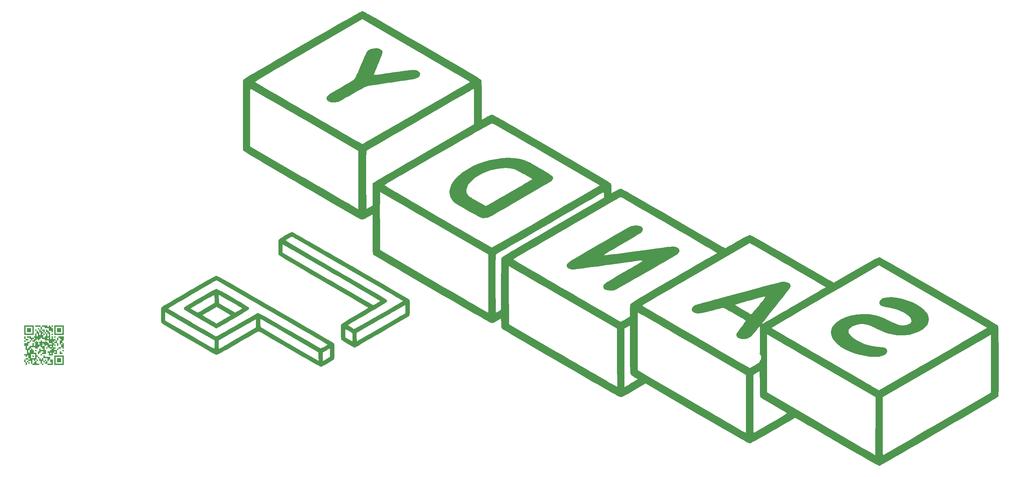
<source format=gbo>
G04 #@! TF.GenerationSoftware,KiCad,Pcbnew,8.0.5*
G04 #@! TF.CreationDate,2024-09-18T07:56:29+09:00*
G04 #@! TF.ProjectId,SandyLP_Plate_Bottom,53616e64-794c-4505-9f50-6c6174655f42,v.0*
G04 #@! TF.SameCoordinates,Original*
G04 #@! TF.FileFunction,Legend,Bot*
G04 #@! TF.FilePolarity,Positive*
%FSLAX46Y46*%
G04 Gerber Fmt 4.6, Leading zero omitted, Abs format (unit mm)*
G04 Created by KiCad (PCBNEW 8.0.5) date 2024-09-18 07:56:29*
%MOMM*%
%LPD*%
G01*
G04 APERTURE LIST*
%ADD10C,0.300000*%
%ADD11C,0.000000*%
%ADD12C,2.200000*%
G04 APERTURE END LIST*
D10*
X33681609Y-108315213D02*
X33824467Y-108243784D01*
X33824467Y-108243784D02*
X34038752Y-108243784D01*
X34038752Y-108243784D02*
X34253038Y-108315213D01*
X34253038Y-108315213D02*
X34395895Y-108458070D01*
X34395895Y-108458070D02*
X34467324Y-108600927D01*
X34467324Y-108600927D02*
X34538752Y-108886641D01*
X34538752Y-108886641D02*
X34538752Y-109100927D01*
X34538752Y-109100927D02*
X34467324Y-109386641D01*
X34467324Y-109386641D02*
X34395895Y-109529498D01*
X34395895Y-109529498D02*
X34253038Y-109672356D01*
X34253038Y-109672356D02*
X34038752Y-109743784D01*
X34038752Y-109743784D02*
X33895895Y-109743784D01*
X33895895Y-109743784D02*
X33681609Y-109672356D01*
X33681609Y-109672356D02*
X33610181Y-109600927D01*
X33610181Y-109600927D02*
X33610181Y-109100927D01*
X33610181Y-109100927D02*
X33895895Y-109100927D01*
X32753038Y-108243784D02*
X32753038Y-108600927D01*
X33110181Y-108458070D02*
X32753038Y-108600927D01*
X32753038Y-108600927D02*
X32395895Y-108458070D01*
X32967324Y-108886641D02*
X32753038Y-108600927D01*
X32753038Y-108600927D02*
X32538752Y-108886641D01*
X31610181Y-108243784D02*
X31610181Y-108600927D01*
X31967324Y-108458070D02*
X31610181Y-108600927D01*
X31610181Y-108600927D02*
X31253038Y-108458070D01*
X31824467Y-108886641D02*
X31610181Y-108600927D01*
X31610181Y-108600927D02*
X31395895Y-108886641D01*
X30467324Y-108243784D02*
X30467324Y-108600927D01*
X30824467Y-108458070D02*
X30467324Y-108600927D01*
X30467324Y-108600927D02*
X30110181Y-108458070D01*
X30681610Y-108886641D02*
X30467324Y-108600927D01*
X30467324Y-108600927D02*
X30253038Y-108886641D01*
D11*
G36*
X27788182Y-108049456D02*
G01*
X27788182Y-108218789D01*
X27618849Y-108218789D01*
X27449516Y-108218789D01*
X27449516Y-108049456D01*
X27449516Y-107880122D01*
X27618849Y-107880122D01*
X27788182Y-107880122D01*
X27788182Y-108049456D01*
G37*
G36*
X29142849Y-105340122D02*
G01*
X29142849Y-105848122D01*
X28634849Y-105848122D01*
X28126849Y-105848122D01*
X28126849Y-105340122D01*
X28126849Y-104832122D01*
X28634849Y-104832122D01*
X29142849Y-104832122D01*
X29142849Y-105340122D01*
G37*
G36*
X29142849Y-108049456D02*
G01*
X29142849Y-108218789D01*
X28973516Y-108218789D01*
X28804182Y-108218789D01*
X28804182Y-108049456D01*
X28804182Y-107880122D01*
X28973516Y-107880122D01*
X29142849Y-107880122D01*
X29142849Y-108049456D01*
G37*
G36*
X29820182Y-111774789D02*
G01*
X29820182Y-111944122D01*
X29650849Y-111944122D01*
X29481516Y-111944122D01*
X29481516Y-111774789D01*
X29481516Y-111605456D01*
X29650849Y-111605456D01*
X29820182Y-111605456D01*
X29820182Y-111774789D01*
G37*
G36*
X30497516Y-110420122D02*
G01*
X30497516Y-110589456D01*
X30328182Y-110589456D01*
X30158849Y-110589456D01*
X30158849Y-110420122D01*
X30158849Y-110250789D01*
X30328182Y-110250789D01*
X30497516Y-110250789D01*
X30497516Y-110420122D01*
G37*
G36*
X31852182Y-111436122D02*
G01*
X31852182Y-111605456D01*
X31682849Y-111605456D01*
X31513516Y-111605456D01*
X31513516Y-111436122D01*
X31513516Y-111266789D01*
X31682849Y-111266789D01*
X31852182Y-111266789D01*
X31852182Y-111436122D01*
G37*
G36*
X32529516Y-106356122D02*
G01*
X32529516Y-106525456D01*
X32360182Y-106525456D01*
X32190849Y-106525456D01*
X32190849Y-106356122D01*
X32190849Y-106186789D01*
X32360182Y-106186789D01*
X32529516Y-106186789D01*
X32529516Y-106356122D01*
G37*
G36*
X32868182Y-112790789D02*
G01*
X32868182Y-112960122D01*
X32698849Y-112960122D01*
X32529516Y-112960122D01*
X32529516Y-112790789D01*
X32529516Y-112621456D01*
X32698849Y-112621456D01*
X32868182Y-112621456D01*
X32868182Y-112790789D01*
G37*
G36*
X33206849Y-109742789D02*
G01*
X33206849Y-109912122D01*
X33037516Y-109912122D01*
X32868182Y-109912122D01*
X32868182Y-109742789D01*
X32868182Y-109573456D01*
X33037516Y-109573456D01*
X33206849Y-109573456D01*
X33206849Y-109742789D01*
G37*
G36*
X34561516Y-109065456D02*
G01*
X34561516Y-109234789D01*
X34222849Y-109234789D01*
X33884182Y-109234789D01*
X33884182Y-109065456D01*
X33884182Y-108896122D01*
X34222849Y-108896122D01*
X34561516Y-108896122D01*
X34561516Y-109065456D01*
G37*
G36*
X34561516Y-106356122D02*
G01*
X34561516Y-106525456D01*
X34392182Y-106525456D01*
X34222849Y-106525456D01*
X34222849Y-106356122D01*
X34222849Y-106186789D01*
X34392182Y-106186789D01*
X34561516Y-106186789D01*
X34561516Y-106356122D01*
G37*
G36*
X35238849Y-107033456D02*
G01*
X35238849Y-107202789D01*
X35069516Y-107202789D01*
X34900182Y-107202789D01*
X34900182Y-107033456D01*
X34900182Y-106864122D01*
X35069516Y-106864122D01*
X35238849Y-106864122D01*
X35238849Y-107033456D01*
G37*
G36*
X36593516Y-105340122D02*
G01*
X36593516Y-105848122D01*
X36085516Y-105848122D01*
X35577516Y-105848122D01*
X35577516Y-105340122D01*
X35577516Y-104832122D01*
X36085516Y-104832122D01*
X36593516Y-104832122D01*
X36593516Y-105340122D01*
G37*
G36*
X36593516Y-112790789D02*
G01*
X36593516Y-113298789D01*
X36085516Y-113298789D01*
X35577516Y-113298789D01*
X35577516Y-112790789D01*
X35577516Y-112282789D01*
X36085516Y-112282789D01*
X36593516Y-112282789D01*
X36593516Y-112790789D01*
G37*
G36*
X36593516Y-109742789D02*
G01*
X36593516Y-109912122D01*
X36254849Y-109912122D01*
X35916182Y-109912122D01*
X35916182Y-109742789D01*
X35916182Y-109573456D01*
X36254849Y-109573456D01*
X36593516Y-109573456D01*
X36593516Y-109742789D01*
G37*
G36*
X37270849Y-110420122D02*
G01*
X37270849Y-110589456D01*
X37101516Y-110589456D01*
X36932182Y-110589456D01*
X36932182Y-110420122D01*
X36932182Y-110250789D01*
X37101516Y-110250789D01*
X37270849Y-110250789D01*
X37270849Y-110420122D01*
G37*
G36*
X36593516Y-110758789D02*
G01*
X36593516Y-110928122D01*
X36762849Y-110928122D01*
X36932182Y-110928122D01*
X36932182Y-111097456D01*
X36932182Y-111266789D01*
X36593516Y-111266789D01*
X36254849Y-111266789D01*
X36254849Y-110928122D01*
X36254849Y-110589456D01*
X36424182Y-110589456D01*
X36593516Y-110589456D01*
X36593516Y-110758789D01*
G37*
G36*
X28126849Y-107541456D02*
G01*
X28465516Y-107541456D01*
X28465516Y-107710789D01*
X28465516Y-107880122D01*
X28126849Y-107880122D01*
X27788182Y-107880122D01*
X27788182Y-107710789D01*
X27788182Y-107541456D01*
X28126849Y-107541456D01*
G37*
G36*
X27788182Y-107202789D02*
G01*
X27788182Y-107541456D01*
X27618849Y-107541456D01*
X27449516Y-107541456D01*
X27449516Y-107202789D01*
X27449516Y-106864122D01*
X27618849Y-106864122D01*
X27788182Y-106864122D01*
X27788182Y-107202789D01*
G37*
G36*
X35069516Y-108896122D02*
G01*
X35238849Y-108896122D01*
X35238849Y-109065456D01*
X35238849Y-109234789D01*
X35069516Y-109234789D01*
X34900182Y-109234789D01*
X34900182Y-109065456D01*
X34900182Y-108896122D01*
X35069516Y-108896122D01*
G37*
G36*
X34900182Y-108726789D02*
G01*
X34900182Y-108896122D01*
X34730849Y-108896122D01*
X34561516Y-108896122D01*
X34561516Y-108726789D01*
X34561516Y-108557456D01*
X34730849Y-108557456D01*
X34900182Y-108557456D01*
X34900182Y-108726789D01*
G37*
G36*
X29820182Y-106525456D02*
G01*
X28634849Y-106525456D01*
X27449516Y-106525456D01*
X27449516Y-105340122D01*
X27449516Y-104493456D01*
X27788182Y-104493456D01*
X27788182Y-105340122D01*
X27788182Y-106186789D01*
X28634849Y-106186789D01*
X29481516Y-106186789D01*
X29481516Y-105340122D01*
X29481516Y-104493456D01*
X28634849Y-104493456D01*
X27788182Y-104493456D01*
X27449516Y-104493456D01*
X27449516Y-104154789D01*
X28634849Y-104154789D01*
X29820182Y-104154789D01*
X29820182Y-105340122D01*
X29820182Y-106525456D01*
G37*
G36*
X37270849Y-106525456D02*
G01*
X36085516Y-106525456D01*
X34900182Y-106525456D01*
X34900182Y-105340122D01*
X34900182Y-104493456D01*
X35238849Y-104493456D01*
X35238849Y-105340122D01*
X35238849Y-106186789D01*
X36085516Y-106186789D01*
X36932182Y-106186789D01*
X36932182Y-105340122D01*
X36932182Y-104493456D01*
X36085516Y-104493456D01*
X35238849Y-104493456D01*
X34900182Y-104493456D01*
X34900182Y-104154789D01*
X36085516Y-104154789D01*
X37270849Y-104154789D01*
X37270849Y-105340122D01*
X37270849Y-106525456D01*
G37*
G36*
X37270849Y-113976122D02*
G01*
X36085516Y-113976122D01*
X34900182Y-113976122D01*
X34900182Y-112790789D01*
X34900182Y-111944122D01*
X35238849Y-111944122D01*
X35238849Y-112790789D01*
X35238849Y-113637456D01*
X36085516Y-113637456D01*
X36932182Y-113637456D01*
X36932182Y-112790789D01*
X36932182Y-111944122D01*
X36085516Y-111944122D01*
X35238849Y-111944122D01*
X34900182Y-111944122D01*
X34900182Y-111605456D01*
X36085516Y-111605456D01*
X37270849Y-111605456D01*
X37270849Y-112790789D01*
X37270849Y-113976122D01*
G37*
G36*
X32698849Y-105848122D02*
G01*
X32868182Y-105848122D01*
X32868182Y-106017456D01*
X32868182Y-106186789D01*
X32698849Y-106186789D01*
X32529516Y-106186789D01*
X32529516Y-106017456D01*
X32529516Y-105848122D01*
X32698849Y-105848122D01*
G37*
G36*
X32529516Y-105509456D02*
G01*
X32529516Y-105848122D01*
X32360182Y-105848122D01*
X32190849Y-105848122D01*
X32190849Y-105678789D01*
X32190849Y-105509456D01*
X32021516Y-105509456D01*
X31852182Y-105509456D01*
X31852182Y-105340122D01*
X31852182Y-105170789D01*
X32190849Y-105170789D01*
X32529516Y-105170789D01*
X32529516Y-105509456D01*
G37*
G36*
X27788182Y-112960122D02*
G01*
X27788182Y-113298789D01*
X27957516Y-113298789D01*
X28126849Y-113298789D01*
X28126849Y-113129456D01*
X28126849Y-112960122D01*
X28296182Y-112960122D01*
X28465516Y-112960122D01*
X28465516Y-113129456D01*
X28465516Y-113298789D01*
X28296182Y-113298789D01*
X28126849Y-113298789D01*
X28126849Y-113637456D01*
X28126849Y-113976122D01*
X27957516Y-113976122D01*
X27788182Y-113976122D01*
X27788182Y-113637456D01*
X27788182Y-113298789D01*
X27618849Y-113298789D01*
X27449516Y-113298789D01*
X27449516Y-112960122D01*
X27449516Y-112621456D01*
X27618849Y-112621456D01*
X27788182Y-112621456D01*
X27788182Y-112960122D01*
G37*
G36*
X28634849Y-113298789D02*
G01*
X28804182Y-113298789D01*
X28804182Y-113468122D01*
X28804182Y-113637456D01*
X28634849Y-113637456D01*
X28465516Y-113637456D01*
X28465516Y-113468122D01*
X28465516Y-113298789D01*
X28634849Y-113298789D01*
G37*
G36*
X37270849Y-107372122D02*
G01*
X37270849Y-107880122D01*
X37101516Y-107880122D01*
X36932182Y-107880122D01*
X36932182Y-108218789D01*
X36932182Y-108557456D01*
X36762849Y-108557456D01*
X36593516Y-108557456D01*
X36593516Y-108726789D01*
X36593516Y-108896122D01*
X36762849Y-108896122D01*
X36932182Y-108896122D01*
X36932182Y-108726789D01*
X36932182Y-108557456D01*
X37101516Y-108557456D01*
X37270849Y-108557456D01*
X37270849Y-108726789D01*
X37270849Y-109234789D01*
X37270849Y-109912122D01*
X37101516Y-109912122D01*
X36932182Y-109912122D01*
X36932182Y-109742789D01*
X36932182Y-109573456D01*
X36762849Y-109573456D01*
X36593516Y-109573456D01*
X36593516Y-109234789D01*
X36593516Y-108896122D01*
X36424182Y-108896122D01*
X36254849Y-108896122D01*
X36254849Y-108388122D01*
X36254849Y-107880122D01*
X36424182Y-107880122D01*
X36593516Y-107880122D01*
X36593516Y-107710789D01*
X36593516Y-107541456D01*
X36424182Y-107541456D01*
X36254849Y-107541456D01*
X36254849Y-107372122D01*
X36254849Y-107202789D01*
X36085516Y-107202789D01*
X35916182Y-107202789D01*
X35916182Y-107033456D01*
X35916182Y-106864122D01*
X36593516Y-106864122D01*
X37270849Y-106864122D01*
X37270849Y-107372122D01*
G37*
G36*
X35577516Y-111266789D02*
G01*
X35238849Y-111266789D01*
X34900182Y-111266789D01*
X34900182Y-111097456D01*
X34900182Y-110928122D01*
X34730849Y-110928122D01*
X34561516Y-110928122D01*
X34561516Y-111097456D01*
X34561516Y-111266789D01*
X34561516Y-111605456D01*
X34053516Y-111605456D01*
X33545516Y-111605456D01*
X33545516Y-111266789D01*
X33545516Y-110928122D01*
X33884182Y-110928122D01*
X33884182Y-111097456D01*
X33884182Y-111266789D01*
X34053516Y-111266789D01*
X34222849Y-111266789D01*
X34222849Y-111097456D01*
X34222849Y-110928122D01*
X34053516Y-110928122D01*
X33884182Y-110928122D01*
X33545516Y-110928122D01*
X33376182Y-110928122D01*
X33206849Y-110928122D01*
X33206849Y-110758789D01*
X33206849Y-110589456D01*
X33545516Y-110589456D01*
X33884182Y-110589456D01*
X34900182Y-110589456D01*
X34900182Y-110758789D01*
X34900182Y-110928122D01*
X35069516Y-110928122D01*
X35238849Y-110928122D01*
X35238849Y-110758789D01*
X35238849Y-110589456D01*
X35069516Y-110589456D01*
X34900182Y-110589456D01*
X33884182Y-110589456D01*
X33884182Y-110420122D01*
X33884182Y-110250789D01*
X34053516Y-110250789D01*
X34222849Y-110250789D01*
X34222849Y-110081456D01*
X34222849Y-109912122D01*
X34053516Y-109912122D01*
X33884182Y-109912122D01*
X33884182Y-109742789D01*
X33884182Y-109573456D01*
X34053516Y-109573456D01*
X34222849Y-109573456D01*
X34222849Y-109742789D01*
X34222849Y-109912122D01*
X34392182Y-109912122D01*
X34561516Y-109912122D01*
X34561516Y-109742789D01*
X34561516Y-109573456D01*
X34900182Y-109573456D01*
X35238849Y-109573456D01*
X35238849Y-109742789D01*
X35238849Y-109912122D01*
X35069516Y-109912122D01*
X34900182Y-109912122D01*
X34900182Y-110081456D01*
X34900182Y-110250789D01*
X35238849Y-110250789D01*
X35577516Y-110250789D01*
X35577516Y-110081456D01*
X35577516Y-109912122D01*
X35746849Y-109912122D01*
X35916182Y-109912122D01*
X35916182Y-110081456D01*
X35916182Y-110250789D01*
X35746849Y-110250789D01*
X35577516Y-110250789D01*
X35577516Y-110758789D01*
X35577516Y-111266789D01*
G37*
G36*
X34392182Y-104832122D02*
G01*
X34561516Y-104832122D01*
X34561516Y-105340122D01*
X34561516Y-105848122D01*
X34392182Y-105848122D01*
X34222849Y-105848122D01*
X34222849Y-105678789D01*
X34222849Y-105509456D01*
X33884182Y-105509456D01*
X33545516Y-105509456D01*
X33545516Y-105678789D01*
X33545516Y-105848122D01*
X33714849Y-105848122D01*
X33884182Y-105848122D01*
X33884182Y-106694789D01*
X33884182Y-107372122D01*
X33884182Y-107541456D01*
X34053516Y-107541456D01*
X34222849Y-107541456D01*
X34222849Y-107202789D01*
X34222849Y-106864122D01*
X34392182Y-106864122D01*
X34561516Y-106864122D01*
X34561516Y-107202789D01*
X34561516Y-107541456D01*
X34900182Y-107541456D01*
X35238849Y-107541456D01*
X35238849Y-107710789D01*
X35238849Y-107880122D01*
X35408182Y-107880122D01*
X35577516Y-107880122D01*
X35577516Y-107541456D01*
X35577516Y-107202789D01*
X35746849Y-107202789D01*
X35916182Y-107202789D01*
X35916182Y-107541456D01*
X35916182Y-107880122D01*
X35746849Y-107880122D01*
X35577516Y-107880122D01*
X35577516Y-108049456D01*
X35577516Y-108218789D01*
X35577516Y-108557456D01*
X35238849Y-108557456D01*
X34900182Y-108557456D01*
X34900182Y-108388122D01*
X34900182Y-108218789D01*
X34561516Y-108218789D01*
X34222849Y-108218789D01*
X34222849Y-108388122D01*
X34222849Y-108557456D01*
X33884182Y-108557456D01*
X33545516Y-108557456D01*
X33545516Y-109065456D01*
X33545516Y-109573456D01*
X33376182Y-109573456D01*
X33206849Y-109573456D01*
X33206849Y-109234789D01*
X33206849Y-108896122D01*
X33037516Y-108896122D01*
X32868182Y-108896122D01*
X32868182Y-108557456D01*
X32868182Y-108218789D01*
X33037516Y-108218789D01*
X33206849Y-108218789D01*
X33206849Y-108388122D01*
X33206849Y-108557456D01*
X33376182Y-108557456D01*
X33545516Y-108557456D01*
X33545516Y-108218789D01*
X33545516Y-107880122D01*
X34900182Y-107880122D01*
X34900182Y-108049456D01*
X34900182Y-108218789D01*
X35069516Y-108218789D01*
X35238849Y-108218789D01*
X35238849Y-108049456D01*
X35238849Y-107880122D01*
X35069516Y-107880122D01*
X34900182Y-107880122D01*
X33545516Y-107880122D01*
X33037516Y-107880122D01*
X32529516Y-107880122D01*
X32529516Y-107710789D01*
X32529516Y-107541456D01*
X32190849Y-107541456D01*
X31852182Y-107541456D01*
X31852182Y-107372122D01*
X31852182Y-107202789D01*
X31682849Y-107202789D01*
X31513516Y-107202789D01*
X31513516Y-107372122D01*
X31513516Y-107541456D01*
X31344182Y-107541456D01*
X31174849Y-107541456D01*
X31174849Y-107710789D01*
X31174849Y-107880122D01*
X31005516Y-107880122D01*
X30836182Y-107880122D01*
X30836182Y-107710789D01*
X30836182Y-107541456D01*
X30666849Y-107541456D01*
X30497516Y-107541456D01*
X30497516Y-107710789D01*
X30497516Y-107880122D01*
X30328182Y-107880122D01*
X30158849Y-107880122D01*
X30158849Y-108049456D01*
X30158849Y-108218789D01*
X29820182Y-108218789D01*
X29481516Y-108218789D01*
X29481516Y-108049456D01*
X29481516Y-107880122D01*
X29312182Y-107880122D01*
X29142849Y-107880122D01*
X29142849Y-107710789D01*
X29142849Y-107541456D01*
X29481516Y-107541456D01*
X29481516Y-107710789D01*
X29481516Y-107880122D01*
X29650849Y-107880122D01*
X29820182Y-107880122D01*
X29820182Y-107710789D01*
X29820182Y-107541456D01*
X29650849Y-107541456D01*
X29481516Y-107541456D01*
X29142849Y-107541456D01*
X28973516Y-107541456D01*
X28804182Y-107541456D01*
X28804182Y-107372122D01*
X28804182Y-107202789D01*
X28465516Y-107202789D01*
X28126849Y-107202789D01*
X28126849Y-107033456D01*
X28126849Y-106864122D01*
X28634849Y-106864122D01*
X29142849Y-106864122D01*
X29142849Y-107033456D01*
X29142849Y-107202789D01*
X29481516Y-107202789D01*
X29820182Y-107202789D01*
X29820182Y-107372122D01*
X29820182Y-107541456D01*
X29989516Y-107541456D01*
X30158849Y-107541456D01*
X30158849Y-107372122D01*
X30158849Y-107202789D01*
X29989516Y-107202789D01*
X29820182Y-107202789D01*
X29820182Y-107033456D01*
X29820182Y-106864122D01*
X29989516Y-106864122D01*
X30158849Y-106864122D01*
X30158849Y-106525456D01*
X30158849Y-106186789D01*
X30328182Y-106186789D01*
X30497516Y-106186789D01*
X30497516Y-106525456D01*
X30497516Y-106864122D01*
X30666849Y-106864122D01*
X30836182Y-106864122D01*
X30836182Y-106525456D01*
X30836182Y-106186789D01*
X30666849Y-106186789D01*
X30497516Y-106186789D01*
X30497516Y-105848122D01*
X30497516Y-105509456D01*
X30666849Y-105509456D01*
X30836182Y-105509456D01*
X30836182Y-105678789D01*
X30836182Y-105848122D01*
X31005516Y-105848122D01*
X31174849Y-105848122D01*
X31174849Y-106186789D01*
X31174849Y-106525456D01*
X31344182Y-106525456D01*
X31513516Y-106525456D01*
X31513516Y-106186789D01*
X31513516Y-105848122D01*
X31344182Y-105848122D01*
X31174849Y-105848122D01*
X31174849Y-105509456D01*
X31174849Y-105170789D01*
X31005516Y-105170789D01*
X30836182Y-105170789D01*
X30836182Y-105001456D01*
X30836182Y-104832122D01*
X31005516Y-104832122D01*
X31174849Y-104832122D01*
X31174849Y-105001456D01*
X31174849Y-105170789D01*
X31344182Y-105170789D01*
X31513516Y-105170789D01*
X31513516Y-105340122D01*
X31513516Y-105509456D01*
X31682849Y-105509456D01*
X31852182Y-105509456D01*
X31852182Y-105678789D01*
X31852182Y-105848122D01*
X32021516Y-105848122D01*
X32190849Y-105848122D01*
X32190849Y-106017456D01*
X32190849Y-106186789D01*
X32021516Y-106186789D01*
X31852182Y-106186789D01*
X31852182Y-106356122D01*
X31852182Y-106525456D01*
X32021516Y-106525456D01*
X32190849Y-106525456D01*
X32190849Y-106864122D01*
X32190849Y-107202789D01*
X32360182Y-107202789D01*
X32529516Y-107202789D01*
X33206849Y-107202789D01*
X33206849Y-107372122D01*
X33206849Y-107541456D01*
X33376182Y-107541456D01*
X33545516Y-107541456D01*
X33545516Y-107372122D01*
X33545516Y-107202789D01*
X33376182Y-107202789D01*
X33206849Y-107202789D01*
X32529516Y-107202789D01*
X32529516Y-107033456D01*
X32529516Y-106864122D01*
X32698849Y-106864122D01*
X32868182Y-106864122D01*
X32868182Y-106525456D01*
X32868182Y-106186789D01*
X33037516Y-106186789D01*
X33206849Y-106186789D01*
X33206849Y-106525456D01*
X33206849Y-106864122D01*
X33376182Y-106864122D01*
X33545516Y-106864122D01*
X33545516Y-106525456D01*
X33545516Y-106186789D01*
X33376182Y-106186789D01*
X33206849Y-106186789D01*
X33206849Y-106017456D01*
X33206849Y-105848122D01*
X33037516Y-105848122D01*
X32868182Y-105848122D01*
X32868182Y-105509456D01*
X32868182Y-105170789D01*
X33037516Y-105170789D01*
X33206849Y-105170789D01*
X33206849Y-105340122D01*
X33206849Y-105509456D01*
X33376182Y-105509456D01*
X33545516Y-105509456D01*
X33545516Y-105170789D01*
X33545516Y-104832122D01*
X33037516Y-104832122D01*
X32529516Y-104832122D01*
X32529516Y-104662789D01*
X32529516Y-104493456D01*
X32190849Y-104493456D01*
X31852182Y-104493456D01*
X31852182Y-104832122D01*
X31852182Y-105170789D01*
X31682849Y-105170789D01*
X31513516Y-105170789D01*
X31513516Y-104832122D01*
X31513516Y-104493456D01*
X30836182Y-104493456D01*
X30158849Y-104493456D01*
X30158849Y-104324122D01*
X30158849Y-104154789D01*
X30836182Y-104154789D01*
X31513516Y-104154789D01*
X31513516Y-104324122D01*
X31513516Y-104493456D01*
X31682849Y-104493456D01*
X31852182Y-104493456D01*
X31852182Y-104324122D01*
X31852182Y-104154789D01*
X32529516Y-104154789D01*
X33206849Y-104154789D01*
X33206849Y-104324122D01*
X33206849Y-104493456D01*
X33376182Y-104493456D01*
X33545516Y-104493456D01*
X33545516Y-104324122D01*
X33545516Y-104154789D01*
X33714849Y-104154789D01*
X33884182Y-104154789D01*
X33884182Y-104324122D01*
X33884182Y-104493456D01*
X34053516Y-104493456D01*
X34222849Y-104493456D01*
X34222849Y-104324122D01*
X34222849Y-104154789D01*
X34392182Y-104154789D01*
X34561516Y-104154789D01*
X34561516Y-104324122D01*
X34561516Y-104493456D01*
X34392182Y-104493456D01*
X34222849Y-104493456D01*
X34222849Y-104662789D01*
X34222849Y-104832122D01*
X34392182Y-104832122D01*
G37*
G36*
X35746849Y-108557456D02*
G01*
X35916182Y-108557456D01*
X35916182Y-108896122D01*
X35916182Y-109234789D01*
X35746849Y-109234789D01*
X35577516Y-109234789D01*
X35577516Y-108896122D01*
X35577516Y-108557456D01*
X35746849Y-108557456D01*
G37*
G36*
X30497516Y-105340122D02*
G01*
X30497516Y-105509456D01*
X30328182Y-105509456D01*
X30158849Y-105509456D01*
X30158849Y-105340122D01*
X30158849Y-105170789D01*
X30328182Y-105170789D01*
X30497516Y-105170789D01*
X30497516Y-105340122D01*
G37*
G36*
X29820182Y-110928122D02*
G01*
X30158849Y-110928122D01*
X30497516Y-110928122D01*
X30497516Y-111266789D01*
X30497516Y-111605456D01*
X30666849Y-111605456D01*
X30836182Y-111605456D01*
X30836182Y-111774789D01*
X30836182Y-111944122D01*
X30666849Y-111944122D01*
X30497516Y-111944122D01*
X30497516Y-112282789D01*
X30497516Y-112621456D01*
X30328182Y-112621456D01*
X30158849Y-112621456D01*
X30158849Y-112790789D01*
X30158849Y-112960122D01*
X29989516Y-112960122D01*
X29820182Y-112960122D01*
X29820182Y-112790789D01*
X29820182Y-112621456D01*
X29650849Y-112621456D01*
X29481516Y-112621456D01*
X29481516Y-113129456D01*
X29481516Y-113637456D01*
X29650849Y-113637456D01*
X29820182Y-113637456D01*
X29820182Y-113468122D01*
X29820182Y-113298789D01*
X29989516Y-113298789D01*
X30158849Y-113298789D01*
X30158849Y-113129456D01*
X30158849Y-112960122D01*
X30328182Y-112960122D01*
X30497516Y-112960122D01*
X30497516Y-113298789D01*
X30497516Y-113637456D01*
X30836182Y-113637456D01*
X31174849Y-113637456D01*
X31174849Y-113806789D01*
X31174849Y-113976122D01*
X30328182Y-113976122D01*
X29481516Y-113976122D01*
X29481516Y-113806789D01*
X29481516Y-113637456D01*
X29312182Y-113637456D01*
X29142849Y-113637456D01*
X29142849Y-113298789D01*
X29142849Y-112960122D01*
X28804182Y-112960122D01*
X28465516Y-112960122D01*
X28465516Y-112790789D01*
X28465516Y-112621456D01*
X28126849Y-112621456D01*
X27788182Y-112621456D01*
X27788182Y-112452122D01*
X27788182Y-112282789D01*
X28126849Y-112282789D01*
X28465516Y-112282789D01*
X28465516Y-112452122D01*
X28465516Y-112621456D01*
X28634849Y-112621456D01*
X28804182Y-112621456D01*
X28804182Y-112452122D01*
X28804182Y-112282789D01*
X28634849Y-112282789D01*
X28465516Y-112282789D01*
X28465516Y-111944122D01*
X28465516Y-111605456D01*
X28296182Y-111605456D01*
X28126849Y-111605456D01*
X28126849Y-111774789D01*
X28126849Y-111944122D01*
X27957516Y-111944122D01*
X27788182Y-111944122D01*
X27788182Y-111774789D01*
X27788182Y-111605456D01*
X27618849Y-111605456D01*
X27449516Y-111605456D01*
X27449516Y-111436122D01*
X27449516Y-111266789D01*
X27788182Y-111266789D01*
X28126849Y-111266789D01*
X29142849Y-111266789D01*
X29142849Y-111774789D01*
X29142849Y-112282789D01*
X29650849Y-112282789D01*
X30158849Y-112282789D01*
X30158849Y-111774789D01*
X30158849Y-111266789D01*
X29650849Y-111266789D01*
X29142849Y-111266789D01*
X28126849Y-111266789D01*
X28126849Y-110758789D01*
X28126849Y-110250789D01*
X28465516Y-110250789D01*
X28465516Y-110589456D01*
X28465516Y-110928122D01*
X28634849Y-110928122D01*
X28804182Y-110928122D01*
X28804182Y-110589456D01*
X28804182Y-110250789D01*
X28634849Y-110250789D01*
X28465516Y-110250789D01*
X28126849Y-110250789D01*
X27957516Y-110250789D01*
X27788182Y-110250789D01*
X27788182Y-109742789D01*
X27788182Y-109234789D01*
X27618849Y-109234789D01*
X27449516Y-109234789D01*
X27449516Y-108896122D01*
X27449516Y-108557456D01*
X27788182Y-108557456D01*
X28126849Y-108557456D01*
X28126849Y-108388122D01*
X28126849Y-108218789D01*
X28465516Y-108218789D01*
X28804182Y-108218789D01*
X28804182Y-108388122D01*
X28804182Y-108557456D01*
X28634849Y-108557456D01*
X28465516Y-108557456D01*
X28465516Y-108896122D01*
X28465516Y-109234789D01*
X28296182Y-109234789D01*
X28126849Y-109234789D01*
X28126849Y-109573456D01*
X28126849Y-109912122D01*
X28296182Y-109912122D01*
X28465516Y-109912122D01*
X28465516Y-109742789D01*
X28465516Y-109573456D01*
X28634849Y-109573456D01*
X28804182Y-109573456D01*
X28804182Y-109404122D01*
X28804182Y-109234789D01*
X29142849Y-109234789D01*
X29481516Y-109234789D01*
X29481516Y-108896122D01*
X29481516Y-108557456D01*
X29650849Y-108557456D01*
X29820182Y-108557456D01*
X29820182Y-108896122D01*
X29820182Y-109234789D01*
X29989516Y-109234789D01*
X30158849Y-109234789D01*
X30158849Y-109065456D01*
X30158849Y-108896122D01*
X30328182Y-108896122D01*
X30497516Y-108896122D01*
X30497516Y-108557456D01*
X30497516Y-108218789D01*
X30666849Y-108218789D01*
X30836182Y-108218789D01*
X30836182Y-108557456D01*
X30836182Y-108896122D01*
X31174849Y-108896122D01*
X31513516Y-108896122D01*
X31513516Y-108726789D01*
X31513516Y-108557456D01*
X31344182Y-108557456D01*
X31174849Y-108557456D01*
X31174849Y-108388122D01*
X31174849Y-108218789D01*
X31344182Y-108218789D01*
X31513516Y-108218789D01*
X31513516Y-108049456D01*
X31513516Y-107880122D01*
X31682849Y-107880122D01*
X31852182Y-107880122D01*
X31852182Y-108049456D01*
X31852182Y-108218789D01*
X32190849Y-108218789D01*
X32529516Y-108218789D01*
X32529516Y-108557456D01*
X32529516Y-108896122D01*
X32360182Y-108896122D01*
X32190849Y-108896122D01*
X32190849Y-108726789D01*
X32190849Y-108557456D01*
X32021516Y-108557456D01*
X31852182Y-108557456D01*
X31852182Y-108896122D01*
X31852182Y-109234789D01*
X32190849Y-109234789D01*
X32529516Y-109234789D01*
X32529516Y-109065456D01*
X32529516Y-108896122D01*
X32698849Y-108896122D01*
X32868182Y-108896122D01*
X32868182Y-109065456D01*
X32868182Y-109234789D01*
X32698849Y-109234789D01*
X32529516Y-109234789D01*
X32529516Y-109742789D01*
X32529516Y-110250789D01*
X32698849Y-110250789D01*
X32868182Y-110250789D01*
X32868182Y-110758789D01*
X32868182Y-111266789D01*
X32360182Y-111266789D01*
X31852182Y-111266789D01*
X31852182Y-111097456D01*
X31852182Y-110928122D01*
X32021516Y-110928122D01*
X32190849Y-110928122D01*
X32190849Y-110758789D01*
X32190849Y-110589456D01*
X31852182Y-110589456D01*
X31513516Y-110589456D01*
X31513516Y-110758789D01*
X31513516Y-110928122D01*
X31344182Y-110928122D01*
X31174849Y-110928122D01*
X31174849Y-111097456D01*
X31174849Y-111266789D01*
X31005516Y-111266789D01*
X30836182Y-111266789D01*
X30836182Y-110928122D01*
X30836182Y-110589456D01*
X31005516Y-110589456D01*
X31174849Y-110589456D01*
X31174849Y-110250789D01*
X31174849Y-109912122D01*
X31344182Y-109912122D01*
X31513516Y-109912122D01*
X31513516Y-110081456D01*
X31513516Y-110250789D01*
X31852182Y-110250789D01*
X32190849Y-110250789D01*
X32190849Y-110081456D01*
X32190849Y-109912122D01*
X32021516Y-109912122D01*
X31852182Y-109912122D01*
X31852182Y-109742789D01*
X31852182Y-109573456D01*
X31682849Y-109573456D01*
X31513516Y-109573456D01*
X31513516Y-109404122D01*
X31513516Y-109234789D01*
X31344182Y-109234789D01*
X31174849Y-109234789D01*
X31174849Y-109404122D01*
X31174849Y-109573456D01*
X31005516Y-109573456D01*
X30836182Y-109573456D01*
X30836182Y-109742789D01*
X30836182Y-109912122D01*
X30497516Y-109912122D01*
X30158849Y-109912122D01*
X30158849Y-109742789D01*
X30158849Y-109573456D01*
X29650849Y-109573456D01*
X29142849Y-109573456D01*
X29142849Y-109742789D01*
X29142849Y-109912122D01*
X28973516Y-109912122D01*
X28804182Y-109912122D01*
X28804182Y-110081456D01*
X28804182Y-110250789D01*
X28973516Y-110250789D01*
X29142849Y-110250789D01*
X29142849Y-110081456D01*
X29142849Y-109912122D01*
X29312182Y-109912122D01*
X29481516Y-109912122D01*
X29481516Y-110081456D01*
X29481516Y-110250789D01*
X29650849Y-110250789D01*
X29820182Y-110250789D01*
X29820182Y-110589456D01*
X29820182Y-110928122D01*
G37*
G36*
X32021516Y-113637456D02*
G01*
X32190849Y-113637456D01*
X32190849Y-113806789D01*
X32190849Y-113976122D01*
X32021516Y-113976122D01*
X31852182Y-113976122D01*
X31852182Y-113806789D01*
X31852182Y-113637456D01*
X32021516Y-113637456D01*
G37*
G36*
X34222849Y-112621456D02*
G01*
X34561516Y-112621456D01*
X34561516Y-113298789D01*
X34561516Y-113976122D01*
X33884182Y-113976122D01*
X33206849Y-113976122D01*
X33206849Y-113806789D01*
X33206849Y-113637456D01*
X32868182Y-113637456D01*
X32529516Y-113637456D01*
X32529516Y-113468122D01*
X32529516Y-113298789D01*
X32360182Y-113298789D01*
X32190849Y-113298789D01*
X32190849Y-113129456D01*
X32190849Y-112960122D01*
X32360182Y-112960122D01*
X32529516Y-112960122D01*
X32529516Y-113129456D01*
X32529516Y-113298789D01*
X32698849Y-113298789D01*
X32868182Y-113298789D01*
X32868182Y-113129456D01*
X32868182Y-112960122D01*
X33037516Y-112960122D01*
X33206849Y-112960122D01*
X33206849Y-113298789D01*
X33206849Y-113637456D01*
X33714849Y-113637456D01*
X34222849Y-113637456D01*
X34222849Y-113468122D01*
X34222849Y-113298789D01*
X34053516Y-113298789D01*
X33884182Y-113298789D01*
X33884182Y-112960122D01*
X33884182Y-112621456D01*
X34222849Y-112621456D01*
G37*
G36*
X31344182Y-112282789D02*
G01*
X31513516Y-112282789D01*
X31513516Y-112452122D01*
X31513516Y-112621456D01*
X31682849Y-112621456D01*
X31852182Y-112621456D01*
X31852182Y-112452122D01*
X31852182Y-112282789D01*
X32021516Y-112282789D01*
X32190849Y-112282789D01*
X32190849Y-112621456D01*
X32190849Y-112960122D01*
X32021516Y-112960122D01*
X31852182Y-112960122D01*
X31852182Y-113298789D01*
X31852182Y-113637456D01*
X31682849Y-113637456D01*
X31513516Y-113637456D01*
X31513516Y-113298789D01*
X31513516Y-112960122D01*
X31344182Y-112960122D01*
X31174849Y-112960122D01*
X31174849Y-112621456D01*
X31174849Y-112282789D01*
X31344182Y-112282789D01*
G37*
G36*
X30666849Y-112621456D02*
G01*
X30836182Y-112621456D01*
X30836182Y-112790789D01*
X30836182Y-112960122D01*
X30666849Y-112960122D01*
X30497516Y-112960122D01*
X30497516Y-112790789D01*
X30497516Y-112621456D01*
X30666849Y-112621456D01*
G37*
G36*
X32529516Y-111774789D02*
G01*
X32529516Y-111944122D01*
X33206849Y-111944122D01*
X33884182Y-111944122D01*
X33884182Y-112282789D01*
X33884182Y-112621456D01*
X33714849Y-112621456D01*
X33545516Y-112621456D01*
X33545516Y-112790789D01*
X33545516Y-112960122D01*
X33376182Y-112960122D01*
X33206849Y-112960122D01*
X33206849Y-112621456D01*
X33206849Y-112282789D01*
X32698849Y-112282789D01*
X32190849Y-112282789D01*
X32190849Y-111944122D01*
X32190849Y-111605456D01*
X32360182Y-111605456D01*
X32529516Y-111605456D01*
X32529516Y-111774789D01*
G37*
G36*
X31005516Y-111944122D02*
G01*
X31174849Y-111944122D01*
X31174849Y-112113456D01*
X31174849Y-112282789D01*
X31005516Y-112282789D01*
X30836182Y-112282789D01*
X30836182Y-112113456D01*
X30836182Y-111944122D01*
X31005516Y-111944122D01*
G37*
G36*
X115407806Y-35521408D02*
G01*
X115899376Y-35738883D01*
X115998913Y-35807081D01*
X116158124Y-35932928D01*
X116267234Y-36068446D01*
X116322172Y-36236904D01*
X116318864Y-36461567D01*
X116253238Y-36765705D01*
X116121219Y-37172583D01*
X115918736Y-37705470D01*
X115641715Y-38387633D01*
X115286083Y-39242339D01*
X115246969Y-39336093D01*
X114955892Y-40041351D01*
X114698374Y-40678339D01*
X114484311Y-41221581D01*
X114323598Y-41645596D01*
X114226131Y-41924907D01*
X114201806Y-42034036D01*
X114257151Y-42035637D01*
X114501100Y-42014398D01*
X114919150Y-41967437D01*
X115489658Y-41897499D01*
X116190980Y-41807328D01*
X117001470Y-41699669D01*
X117899485Y-41577267D01*
X118863380Y-41442868D01*
X119447098Y-41361216D01*
X120407494Y-41229601D01*
X121305637Y-41109829D01*
X122116842Y-41005003D01*
X122816426Y-40918227D01*
X123379704Y-40852605D01*
X123781993Y-40811240D01*
X123998607Y-40797235D01*
X124028672Y-40797657D01*
X124496504Y-40856958D01*
X124945997Y-40997493D01*
X125312419Y-41193062D01*
X125531037Y-41417465D01*
X125607327Y-41606561D01*
X125621749Y-42023814D01*
X125437236Y-42414013D01*
X125394472Y-42466439D01*
X125277891Y-42587082D01*
X125134181Y-42695714D01*
X124946654Y-42795986D01*
X124698626Y-42891550D01*
X124373410Y-42986058D01*
X123954319Y-43083161D01*
X123424667Y-43186512D01*
X122767767Y-43299763D01*
X121966934Y-43426564D01*
X121005482Y-43570568D01*
X119866722Y-43735427D01*
X118533971Y-43924792D01*
X118037348Y-43995165D01*
X116974569Y-44147068D01*
X115975100Y-44291661D01*
X115059972Y-44425796D01*
X114250215Y-44546328D01*
X113566858Y-44650112D01*
X113030931Y-44734003D01*
X112663463Y-44794854D01*
X112485485Y-44829520D01*
X112422371Y-44852147D01*
X112160478Y-44973196D01*
X111752126Y-45180525D01*
X111223244Y-45460306D01*
X110599765Y-45798710D01*
X109907620Y-46181909D01*
X109172738Y-46596076D01*
X108761090Y-46830025D01*
X107908528Y-47313643D01*
X107213096Y-47706224D01*
X106655625Y-48018104D01*
X106216948Y-48259619D01*
X105877896Y-48441102D01*
X105619303Y-48572890D01*
X105421999Y-48665318D01*
X105266818Y-48728722D01*
X105134591Y-48773436D01*
X104938100Y-48811214D01*
X104581413Y-48846538D01*
X104174055Y-48863683D01*
X103838583Y-48852795D01*
X103260282Y-48745508D01*
X102819712Y-48542605D01*
X102528794Y-48266229D01*
X102399450Y-47938524D01*
X102443602Y-47581636D01*
X102673173Y-47217707D01*
X103100086Y-46868884D01*
X103137533Y-46845537D01*
X103395854Y-46688917D01*
X103802896Y-46446017D01*
X104330583Y-46133433D01*
X104950841Y-45767765D01*
X105635594Y-45365609D01*
X106356766Y-44943565D01*
X106575705Y-44815379D01*
X107269023Y-44405577D01*
X107903868Y-44024645D01*
X108455107Y-43688043D01*
X108897605Y-43411230D01*
X109206232Y-43209665D01*
X109355852Y-43098808D01*
X109376282Y-43074297D01*
X109496920Y-42869696D01*
X109682392Y-42502701D01*
X109920251Y-42000052D01*
X110198048Y-41388495D01*
X110503335Y-40694770D01*
X110823662Y-39945621D01*
X110854272Y-39872996D01*
X111253348Y-38926444D01*
X111580227Y-38154696D01*
X111844996Y-37538225D01*
X112057741Y-37057505D01*
X112228550Y-36693009D01*
X112367508Y-36425211D01*
X112484701Y-36234583D01*
X112590217Y-36101600D01*
X112694141Y-36006735D01*
X112806559Y-35930461D01*
X112937559Y-35853251D01*
X113496096Y-35604665D01*
X114147336Y-35456570D01*
X114804183Y-35428061D01*
X115407806Y-35521408D01*
G37*
G36*
X243254879Y-97214038D02*
G01*
X243900431Y-97299027D01*
X245249191Y-97568976D01*
X246560031Y-97951137D01*
X247798843Y-98431364D01*
X248931517Y-98995511D01*
X249923945Y-99629434D01*
X250742017Y-100318987D01*
X250966162Y-100553911D01*
X251486726Y-101254482D01*
X251798733Y-101957971D01*
X251904686Y-102654171D01*
X251807084Y-103332877D01*
X251508428Y-103983882D01*
X251011220Y-104596980D01*
X250317960Y-105161966D01*
X249431149Y-105668632D01*
X248312043Y-106126312D01*
X246927770Y-106482439D01*
X245486011Y-106634055D01*
X243987326Y-106581067D01*
X243541078Y-106529650D01*
X242684835Y-106388555D01*
X241863736Y-106185997D01*
X241026217Y-105905818D01*
X240120719Y-105531855D01*
X239095678Y-105047949D01*
X238502406Y-104757706D01*
X237871578Y-104460677D01*
X237358086Y-104238804D01*
X236922457Y-104077836D01*
X236525218Y-103963526D01*
X236126894Y-103881624D01*
X235688014Y-103817882D01*
X234854166Y-103791576D01*
X234009856Y-103944059D01*
X233144214Y-104288864D01*
X233018070Y-104353754D01*
X232445865Y-104726764D01*
X232084749Y-105124228D01*
X231934699Y-105545931D01*
X231995695Y-105991657D01*
X232267717Y-106461191D01*
X232750746Y-106954316D01*
X233444759Y-107470819D01*
X233898560Y-107761824D01*
X234918331Y-108338938D01*
X235911423Y-108776889D01*
X236935376Y-109095105D01*
X238047730Y-109313017D01*
X239306022Y-109450055D01*
X239546059Y-109469744D01*
X240292212Y-109557104D01*
X240849521Y-109676267D01*
X241235892Y-109836934D01*
X241469230Y-110048807D01*
X241567443Y-110321587D01*
X241548435Y-110664974D01*
X241539219Y-110708791D01*
X241335691Y-111125806D01*
X240945015Y-111468115D01*
X240381143Y-111726662D01*
X239658023Y-111892389D01*
X239550897Y-111907076D01*
X238469195Y-111970083D01*
X237272411Y-111906167D01*
X236002165Y-111725870D01*
X234700079Y-111439733D01*
X233407773Y-111058299D01*
X232166869Y-110592109D01*
X231018988Y-110051705D01*
X230005750Y-109447629D01*
X229963230Y-109418352D01*
X229487215Y-109042626D01*
X228994307Y-108580466D01*
X228532657Y-108083379D01*
X228150415Y-107602876D01*
X227895734Y-107190465D01*
X227722175Y-106758629D01*
X227588244Y-106017849D01*
X227661298Y-105293216D01*
X227937817Y-104596138D01*
X228414278Y-103938022D01*
X229087163Y-103330274D01*
X229955032Y-102749262D01*
X231197233Y-102133162D01*
X232545790Y-101694129D01*
X234007351Y-101430126D01*
X235588565Y-101339115D01*
X235876741Y-101340160D01*
X236955608Y-101386764D01*
X237956219Y-101510469D01*
X238926442Y-101723588D01*
X239914147Y-102038434D01*
X240967204Y-102467319D01*
X242133484Y-103022556D01*
X242793635Y-103346911D01*
X243504286Y-103670009D01*
X244097150Y-103900925D01*
X244607141Y-104051368D01*
X245069174Y-104133047D01*
X245518165Y-104157671D01*
X245711785Y-104149422D01*
X246222780Y-104063583D01*
X246716064Y-103903943D01*
X247126690Y-103694710D01*
X247389713Y-103460091D01*
X247424558Y-103406742D01*
X247544406Y-103020533D01*
X247460294Y-102602404D01*
X247176431Y-102159257D01*
X246697029Y-101697994D01*
X246026298Y-101225516D01*
X245593045Y-100970220D01*
X244845834Y-100599657D01*
X244037930Y-100290996D01*
X243118754Y-100025987D01*
X242037725Y-99786378D01*
X241398820Y-99654945D01*
X240785198Y-99510847D01*
X240333665Y-99376483D01*
X240017396Y-99242152D01*
X239809565Y-99098148D01*
X239683348Y-98934771D01*
X239583652Y-98557737D01*
X239665262Y-98156966D01*
X239917372Y-97787935D01*
X240321582Y-97492228D01*
X240508050Y-97411228D01*
X241050962Y-97269225D01*
X241724566Y-97185723D01*
X242476619Y-97165676D01*
X243254879Y-97214038D01*
G37*
G36*
X158573538Y-67943840D02*
G01*
X158277997Y-68310969D01*
X158244466Y-68336107D01*
X158041569Y-68466472D01*
X157678531Y-68688656D01*
X157172328Y-68992790D01*
X156539935Y-69369008D01*
X155798330Y-69807440D01*
X154964487Y-70298219D01*
X154055384Y-70831477D01*
X153087997Y-71397346D01*
X152079300Y-71985958D01*
X151046272Y-72587444D01*
X150005887Y-73191938D01*
X148975122Y-73789570D01*
X147970953Y-74370473D01*
X147010356Y-74924780D01*
X146110307Y-75442620D01*
X145287783Y-75914128D01*
X144559759Y-76329435D01*
X143943211Y-76678672D01*
X143455117Y-76951972D01*
X143112451Y-77139468D01*
X142932190Y-77231289D01*
X142894514Y-77247113D01*
X142548284Y-77364884D01*
X142176331Y-77458767D01*
X141848159Y-77519128D01*
X141538900Y-77549605D01*
X141249288Y-77529085D01*
X140875177Y-77457462D01*
X140749784Y-77416048D01*
X140423336Y-77270537D01*
X139961758Y-77040413D01*
X139393175Y-76741672D01*
X138745712Y-76390311D01*
X138047497Y-76002327D01*
X137326654Y-75593718D01*
X136611309Y-75180481D01*
X135929588Y-74778612D01*
X135309616Y-74404110D01*
X134779520Y-74072970D01*
X134367426Y-73801191D01*
X134101458Y-73604769D01*
X133649160Y-73155780D01*
X133220362Y-72495551D01*
X132979712Y-71770794D01*
X132924591Y-70995758D01*
X132999356Y-70521227D01*
X137144691Y-70521227D01*
X137171096Y-71093300D01*
X137378449Y-71626147D01*
X137777595Y-72107304D01*
X137941408Y-72226982D01*
X138258857Y-72432296D01*
X138693956Y-72700516D01*
X139212582Y-73010618D01*
X139780616Y-73341573D01*
X140344167Y-73665069D01*
X140857404Y-73958491D01*
X141286255Y-74202455D01*
X141597477Y-74378046D01*
X141757822Y-74466353D01*
X141770576Y-74473432D01*
X141807692Y-74497505D01*
X141843859Y-74516081D01*
X141891422Y-74522460D01*
X141962726Y-74509942D01*
X142070117Y-74471827D01*
X142225942Y-74401414D01*
X142442544Y-74292003D01*
X142732271Y-74136895D01*
X143107468Y-73929388D01*
X143580480Y-73662783D01*
X144163653Y-73330379D01*
X144869333Y-72925477D01*
X145709866Y-72441376D01*
X146697596Y-71871375D01*
X147844871Y-71208775D01*
X149164034Y-70446876D01*
X150003596Y-69961011D01*
X150820074Y-69486361D01*
X151560205Y-69053910D01*
X152206000Y-68674276D01*
X152739467Y-68358075D01*
X153142615Y-68115926D01*
X153397453Y-67958444D01*
X153485992Y-67896248D01*
X153476446Y-67880803D01*
X153332952Y-67773341D01*
X153041478Y-67590977D01*
X152633305Y-67350811D01*
X152139712Y-67069940D01*
X151591980Y-66765465D01*
X151021389Y-66454485D01*
X150459220Y-66154099D01*
X149936753Y-65881406D01*
X149485268Y-65653505D01*
X149136045Y-65487496D01*
X148920365Y-65400477D01*
X148803400Y-65366936D01*
X147913758Y-65202085D01*
X146889898Y-65146577D01*
X145772724Y-65198781D01*
X144603140Y-65357065D01*
X143422051Y-65619797D01*
X143260193Y-65664208D01*
X142146114Y-66028369D01*
X141115374Y-66465493D01*
X140178817Y-66963115D01*
X139347290Y-67508768D01*
X138631639Y-68089988D01*
X138042707Y-68694309D01*
X137591342Y-69309266D01*
X137288388Y-69922394D01*
X137144691Y-70521227D01*
X132999356Y-70521227D01*
X133052380Y-70184689D01*
X133360461Y-69351835D01*
X133846214Y-68511445D01*
X134507020Y-67677766D01*
X135340262Y-66865044D01*
X135984683Y-66341894D01*
X137199455Y-65513007D01*
X138526643Y-64778728D01*
X139941872Y-64143605D01*
X141420762Y-63612189D01*
X142938936Y-63189029D01*
X144472018Y-62878676D01*
X145995628Y-62685678D01*
X147485391Y-62614585D01*
X148916928Y-62669949D01*
X150265862Y-62856317D01*
X151507816Y-63178240D01*
X152618412Y-63640268D01*
X152769886Y-63719202D01*
X153276707Y-63993056D01*
X153867414Y-64323443D01*
X154515120Y-64694239D01*
X155192939Y-65089323D01*
X155873985Y-65492570D01*
X156531371Y-65887859D01*
X157138211Y-66259067D01*
X157667617Y-66590070D01*
X158092703Y-66864747D01*
X158386583Y-67066973D01*
X158522370Y-67180628D01*
X158556002Y-67229038D01*
X158667403Y-67577661D01*
X158585738Y-67896248D01*
X158573538Y-67943840D01*
G37*
G36*
X179725555Y-79425768D02*
G01*
X180210917Y-79538091D01*
X180588050Y-79702661D01*
X180806310Y-79911247D01*
X180911366Y-80275589D01*
X180851975Y-80694701D01*
X180617227Y-81057880D01*
X180614404Y-81060567D01*
X180457650Y-81174288D01*
X180136393Y-81381187D01*
X179669929Y-81669676D01*
X179077551Y-82028166D01*
X178378555Y-82445068D01*
X177592234Y-82908793D01*
X176737884Y-83407752D01*
X175834800Y-83930357D01*
X175738498Y-83985852D01*
X174853286Y-84497898D01*
X174028656Y-84978276D01*
X173282313Y-85416437D01*
X172631964Y-85801837D01*
X172095316Y-86123928D01*
X171690074Y-86372164D01*
X171433944Y-86535999D01*
X171344632Y-86604885D01*
X171375730Y-86662702D01*
X171535544Y-86753396D01*
X171540162Y-86754295D01*
X171695609Y-86746507D01*
X172043026Y-86711250D01*
X172565747Y-86650668D01*
X173247105Y-86566909D01*
X174070433Y-86462117D01*
X175019065Y-86338440D01*
X176076334Y-86198023D01*
X177225573Y-86043013D01*
X178450116Y-85875556D01*
X179733296Y-85697797D01*
X179801700Y-85688264D01*
X181094984Y-85509153D01*
X182337780Y-85339099D01*
X183512314Y-85180407D01*
X184600813Y-85035388D01*
X185585503Y-84906347D01*
X186448611Y-84795594D01*
X187172363Y-84705435D01*
X187738986Y-84638178D01*
X188130706Y-84596132D01*
X188329751Y-84581604D01*
X188550961Y-84589013D01*
X189126454Y-84691721D01*
X189566949Y-84896099D01*
X189860335Y-85177650D01*
X189994501Y-85511876D01*
X189957335Y-85874282D01*
X189736725Y-86240369D01*
X189320560Y-86585641D01*
X189129358Y-86703711D01*
X188719657Y-86949755D01*
X188171313Y-87273836D01*
X187501303Y-87666244D01*
X186726607Y-88117264D01*
X185864202Y-88617185D01*
X184931068Y-89156293D01*
X183944181Y-89724876D01*
X182920521Y-90313222D01*
X181877066Y-90911617D01*
X180830794Y-91510350D01*
X179798685Y-92099707D01*
X178797715Y-92669976D01*
X177844863Y-93211444D01*
X176957108Y-93714398D01*
X176151428Y-94169127D01*
X175444802Y-94565917D01*
X174854207Y-94895055D01*
X174396623Y-95146830D01*
X174089027Y-95311528D01*
X173948398Y-95379437D01*
X173916615Y-95389176D01*
X173393467Y-95488679D01*
X172800895Y-95515567D01*
X172228981Y-95470831D01*
X171767805Y-95355460D01*
X171506442Y-95219541D01*
X171203798Y-94919721D01*
X171078889Y-94562470D01*
X171140831Y-94185549D01*
X171398739Y-93826719D01*
X171405253Y-93820989D01*
X171563640Y-93711753D01*
X171885503Y-93509279D01*
X172351956Y-93224834D01*
X172944111Y-92869684D01*
X173643081Y-92455097D01*
X174429980Y-91992338D01*
X175285919Y-91492675D01*
X176192014Y-90967374D01*
X176329411Y-90887949D01*
X177219329Y-90371454D01*
X178049290Y-89886287D01*
X178801515Y-89443077D01*
X179458228Y-89052448D01*
X180001650Y-88725027D01*
X180414005Y-88471441D01*
X180677515Y-88302315D01*
X180774403Y-88228276D01*
X180772583Y-88165276D01*
X180653586Y-88054042D01*
X180638412Y-88052478D01*
X180454801Y-88065360D01*
X180081606Y-88105566D01*
X179535124Y-88170967D01*
X178831652Y-88259434D01*
X177987488Y-88368836D01*
X177018930Y-88497043D01*
X175942276Y-88641926D01*
X174773823Y-88801355D01*
X173529868Y-88973200D01*
X172226709Y-89155330D01*
X171914746Y-89199133D01*
X170613030Y-89380916D01*
X169367721Y-89553267D01*
X168195931Y-89713907D01*
X167114775Y-89860556D01*
X166141366Y-89990935D01*
X165292820Y-90102764D01*
X164586249Y-90193764D01*
X164038769Y-90261657D01*
X163667493Y-90304161D01*
X163489534Y-90318999D01*
X163139656Y-90282083D01*
X162560674Y-90050964D01*
X162317872Y-89885846D01*
X162066562Y-89586531D01*
X162016809Y-89248352D01*
X162161725Y-88850587D01*
X162184464Y-88814720D01*
X162258629Y-88729580D01*
X162379365Y-88623011D01*
X162558170Y-88488007D01*
X162806541Y-88317566D01*
X163135974Y-88104683D01*
X163557967Y-87842355D01*
X164084016Y-87523578D01*
X164725618Y-87141346D01*
X165494270Y-86688658D01*
X166401469Y-86158508D01*
X167458713Y-85543892D01*
X168677497Y-84837807D01*
X170069319Y-84033250D01*
X170762349Y-83633390D01*
X171919847Y-82967574D01*
X173022386Y-82335872D01*
X174055648Y-81746357D01*
X175005320Y-81207099D01*
X175857086Y-80726170D01*
X176596632Y-80311642D01*
X177209642Y-79971588D01*
X177681801Y-79714077D01*
X177998794Y-79547183D01*
X178146306Y-79478976D01*
X178632728Y-79390783D01*
X179182611Y-79373922D01*
X179725555Y-79425768D01*
G37*
G36*
X83208362Y-99917491D02*
G01*
X83150975Y-100172642D01*
X83112058Y-100209794D01*
X82908475Y-100353149D01*
X82550612Y-100583407D01*
X82058125Y-100888594D01*
X81450670Y-101256735D01*
X80806699Y-101640791D01*
X80747903Y-101675856D01*
X79969482Y-102133981D01*
X79135061Y-102619138D01*
X78663975Y-102890952D01*
X77859824Y-103352701D01*
X77122094Y-103773501D01*
X76470337Y-104142363D01*
X75924104Y-104448302D01*
X75502948Y-104680330D01*
X75226419Y-104827461D01*
X75114070Y-104878707D01*
X75034185Y-104848519D01*
X74785327Y-104722246D01*
X74395251Y-104510176D01*
X73887231Y-104225958D01*
X73284541Y-103883245D01*
X72610457Y-103495688D01*
X71888253Y-103076936D01*
X71141204Y-102640642D01*
X70392584Y-102200455D01*
X69665668Y-101770028D01*
X69410109Y-101617496D01*
X71707894Y-101617496D01*
X71792967Y-101719182D01*
X71997995Y-101869484D01*
X72345371Y-102085794D01*
X72857487Y-102385507D01*
X72935765Y-102430658D01*
X73454192Y-102729667D01*
X73944821Y-103012612D01*
X74355547Y-103249444D01*
X74634264Y-103410115D01*
X75125893Y-103693438D01*
X76872292Y-102682399D01*
X76901614Y-102665421D01*
X77445582Y-102349875D01*
X77921284Y-102072839D01*
X78299770Y-101851259D01*
X78552090Y-101702082D01*
X78649294Y-101642252D01*
X78649375Y-101640791D01*
X78555228Y-101571034D01*
X78307518Y-101412928D01*
X77933674Y-101183340D01*
X77461125Y-100899137D01*
X76917300Y-100577185D01*
X75154703Y-99541225D01*
X73538998Y-100472103D01*
X73102297Y-100724413D01*
X72605767Y-101013134D01*
X72191905Y-101255843D01*
X71894619Y-101432634D01*
X71747816Y-101523601D01*
X71720383Y-101547034D01*
X71707894Y-101617496D01*
X69410109Y-101617496D01*
X68983731Y-101363010D01*
X68370048Y-100993053D01*
X67847892Y-100673808D01*
X67440540Y-100418925D01*
X67171266Y-100242056D01*
X67063344Y-100156851D01*
X67021761Y-100042226D01*
X67038953Y-99887651D01*
X68753997Y-99887651D01*
X68759039Y-99922029D01*
X68893501Y-100048688D01*
X69158963Y-100235632D01*
X69519547Y-100456214D01*
X69715081Y-100566682D01*
X70080782Y-100760214D01*
X70362117Y-100891758D01*
X70510183Y-100937552D01*
X70539672Y-100928420D01*
X70731125Y-100835960D01*
X71065607Y-100656852D01*
X71514460Y-100406959D01*
X72049029Y-100102141D01*
X72640657Y-99758262D01*
X74633335Y-98589551D01*
X74633335Y-97590180D01*
X74631174Y-97338428D01*
X74625610Y-97176748D01*
X75711122Y-97176748D01*
X75718406Y-97590180D01*
X75718817Y-97613484D01*
X75749235Y-98636158D01*
X77715344Y-99791582D01*
X77930071Y-99917394D01*
X78497213Y-100245915D01*
X78994837Y-100528788D01*
X79394656Y-100750256D01*
X79668383Y-100894562D01*
X79787729Y-100945948D01*
X79817112Y-100941569D01*
X80005594Y-100864487D01*
X80287488Y-100713764D01*
X80616221Y-100518809D01*
X80945219Y-100309033D01*
X81227908Y-100113845D01*
X81417716Y-99962654D01*
X81468067Y-99884871D01*
X81446101Y-99869131D01*
X81272744Y-99761819D01*
X80954899Y-99572667D01*
X80519910Y-99317409D01*
X79995125Y-99011781D01*
X79407889Y-98671519D01*
X78785549Y-98312357D01*
X78155452Y-97950032D01*
X77544942Y-97600277D01*
X76981367Y-97278830D01*
X76492073Y-97001424D01*
X76104407Y-96783795D01*
X75845713Y-96641678D01*
X75743339Y-96590809D01*
X75729774Y-96628085D01*
X75715140Y-96833012D01*
X75711122Y-97176748D01*
X74625610Y-97176748D01*
X74617946Y-96954012D01*
X74595354Y-96689342D01*
X74566501Y-96590809D01*
X74544119Y-96599693D01*
X74371531Y-96689375D01*
X74053295Y-96863085D01*
X73616735Y-97105325D01*
X73089172Y-97400600D01*
X72497926Y-97733412D01*
X71870321Y-98088265D01*
X71233676Y-98449662D01*
X70615314Y-98802106D01*
X70042556Y-99130101D01*
X69542724Y-99418150D01*
X69143139Y-99650755D01*
X68871123Y-99812421D01*
X68753997Y-99887651D01*
X67038953Y-99887651D01*
X67053421Y-99757565D01*
X67080512Y-99724478D01*
X67266766Y-99579391D01*
X67605558Y-99351531D01*
X68073148Y-99054637D01*
X68645793Y-98702446D01*
X69299753Y-98308697D01*
X70011288Y-97887127D01*
X70756656Y-97451475D01*
X71512116Y-97015479D01*
X72253927Y-96592877D01*
X72958349Y-96197406D01*
X73601640Y-95842804D01*
X74160060Y-95542811D01*
X74609867Y-95311163D01*
X74927320Y-95161599D01*
X75088679Y-95107857D01*
X75157712Y-95123475D01*
X75408692Y-95229074D01*
X75802168Y-95422750D01*
X76314636Y-95690937D01*
X76922590Y-96020071D01*
X77602527Y-96396585D01*
X78330942Y-96806915D01*
X79084329Y-97237496D01*
X79839186Y-97674762D01*
X80572006Y-98105148D01*
X81259285Y-98515089D01*
X81877519Y-98891020D01*
X82403204Y-99219374D01*
X82812833Y-99486588D01*
X83082904Y-99679095D01*
X83189910Y-99783331D01*
X83203876Y-99884871D01*
X83208362Y-99917491D01*
G37*
G36*
X123055762Y-98214634D02*
G01*
X123068043Y-98659072D01*
X123072575Y-99210428D01*
X123068395Y-99832232D01*
X123054375Y-100853050D01*
X123042122Y-101745202D01*
X117356348Y-105068022D01*
X116369376Y-105644585D01*
X115349602Y-106239828D01*
X114373648Y-106809019D01*
X113461461Y-107340546D01*
X112632990Y-107822797D01*
X111908184Y-108244161D01*
X111306993Y-108593025D01*
X110849364Y-108857778D01*
X110555247Y-109026809D01*
X110552075Y-109028617D01*
X110111850Y-109274921D01*
X109735924Y-109476556D01*
X109464093Y-109612761D01*
X109336153Y-109662776D01*
X109264330Y-109641445D01*
X109027147Y-109525215D01*
X108673761Y-109328295D01*
X108241627Y-109073970D01*
X107768201Y-108785523D01*
X107290938Y-108486239D01*
X106847294Y-108199402D01*
X106474723Y-107948297D01*
X106210680Y-107756208D01*
X106092622Y-107646418D01*
X106082244Y-107618056D01*
X106049637Y-107397712D01*
X106023004Y-107023100D01*
X106002876Y-106539461D01*
X105989783Y-105992039D01*
X105986078Y-105612538D01*
X107046646Y-105612538D01*
X107047561Y-106077806D01*
X107047561Y-107085451D01*
X107950909Y-107625337D01*
X108854256Y-108165223D01*
X108854256Y-107111992D01*
X108854256Y-107032441D01*
X109919929Y-107032441D01*
X109922217Y-107317565D01*
X109937203Y-107703954D01*
X109963163Y-107968664D01*
X109996724Y-108066280D01*
X110033218Y-108048041D01*
X110230391Y-107938340D01*
X110581590Y-107738883D01*
X111068130Y-107460498D01*
X111671322Y-107114011D01*
X112372479Y-106710247D01*
X113152913Y-106260035D01*
X113993937Y-105774200D01*
X114876862Y-105263569D01*
X115783003Y-104738968D01*
X116693670Y-104211224D01*
X117590177Y-103691164D01*
X118453835Y-103189614D01*
X119265958Y-102717401D01*
X120007858Y-102285351D01*
X120660847Y-101904290D01*
X121206237Y-101585046D01*
X121625342Y-101338445D01*
X121899473Y-101175313D01*
X122009943Y-101106477D01*
X122016837Y-101065022D01*
X122022390Y-100853050D01*
X122020092Y-100503900D01*
X122009943Y-100065022D01*
X121979360Y-99048239D01*
X119657016Y-100396721D01*
X119212751Y-100654461D01*
X118545270Y-101040891D01*
X117922768Y-101400366D01*
X117379927Y-101712897D01*
X116951430Y-101958494D01*
X116671958Y-102117169D01*
X116561271Y-102179673D01*
X116221969Y-102372863D01*
X115741216Y-102647814D01*
X115147128Y-102988400D01*
X114467825Y-103378492D01*
X113731424Y-103801966D01*
X112966043Y-104242692D01*
X109922841Y-105996248D01*
X109922665Y-106058762D01*
X109919929Y-107032441D01*
X108854256Y-107032441D01*
X108854256Y-106058762D01*
X108117075Y-105628225D01*
X107979333Y-105547446D01*
X107560638Y-105304023D01*
X107290178Y-105175303D01*
X107135798Y-105174804D01*
X107065340Y-105316043D01*
X107046646Y-105612538D01*
X105986078Y-105612538D01*
X105984257Y-105426077D01*
X105986829Y-104886817D01*
X105998029Y-104419502D01*
X106018389Y-104069376D01*
X106048439Y-103881681D01*
X106146517Y-103796312D01*
X106409292Y-103617258D01*
X106815279Y-103358684D01*
X107343375Y-103033577D01*
X107972475Y-102654924D01*
X108681477Y-102235711D01*
X109449276Y-101788924D01*
X110204672Y-101350638D01*
X110907995Y-100938416D01*
X111529488Y-100569939D01*
X112048617Y-100257566D01*
X112444848Y-100013654D01*
X112697644Y-99850559D01*
X112786473Y-99780640D01*
X112739406Y-99745811D01*
X112523687Y-99610533D01*
X112143342Y-99380187D01*
X111609621Y-99061382D01*
X110933774Y-98660728D01*
X110127048Y-98184835D01*
X109200694Y-97640311D01*
X108165961Y-97033767D01*
X107034097Y-96371813D01*
X105816352Y-95661057D01*
X104523976Y-94908109D01*
X103168216Y-94119580D01*
X101760323Y-93302078D01*
X100764020Y-92723651D01*
X99387189Y-91922993D01*
X98068601Y-91154700D01*
X96819690Y-90425502D01*
X95651888Y-89742129D01*
X94576628Y-89111313D01*
X93605343Y-88539784D01*
X92749465Y-88034273D01*
X92020427Y-87601510D01*
X91429661Y-87248226D01*
X90988601Y-86981152D01*
X90708679Y-86807018D01*
X90601327Y-86732555D01*
X90576322Y-86686300D01*
X90527405Y-86470079D01*
X90493898Y-86092535D01*
X90474643Y-85536702D01*
X90468482Y-84785617D01*
X90471045Y-84118990D01*
X90472769Y-84032679D01*
X91531243Y-84032679D01*
X91533253Y-85077643D01*
X91535263Y-86122608D01*
X102707856Y-92605453D01*
X103843135Y-93263934D01*
X105223059Y-94063595D01*
X106543652Y-94828090D01*
X107793601Y-95550904D01*
X108961594Y-96225525D01*
X110036320Y-96845440D01*
X111006466Y-97404135D01*
X111860720Y-97895096D01*
X112587770Y-98311811D01*
X113176304Y-98647766D01*
X113615010Y-98896447D01*
X113892575Y-99051343D01*
X113997687Y-99105938D01*
X114015041Y-99104730D01*
X114179865Y-99039536D01*
X114456024Y-98898902D01*
X114793599Y-98711876D01*
X115142671Y-98507500D01*
X115453321Y-98314820D01*
X115675631Y-98162882D01*
X115759682Y-98080730D01*
X115759535Y-98080384D01*
X115662140Y-98017456D01*
X115392003Y-97855023D01*
X114960113Y-97599481D01*
X114377456Y-97257225D01*
X113655022Y-96834652D01*
X112803798Y-96338157D01*
X111834773Y-95774136D01*
X110758935Y-95148985D01*
X109587272Y-94469101D01*
X108330772Y-93740878D01*
X107000423Y-92970713D01*
X105607213Y-92165002D01*
X104162131Y-91330140D01*
X102739969Y-90508916D01*
X101327543Y-89693284D01*
X99971136Y-88909973D01*
X98682389Y-88165705D01*
X97472944Y-87467205D01*
X96354442Y-86821197D01*
X95338523Y-86234404D01*
X94436829Y-85713550D01*
X93661001Y-85265360D01*
X93022681Y-84896557D01*
X92533508Y-84613865D01*
X92205126Y-84424008D01*
X92049174Y-84333710D01*
X91531243Y-84032679D01*
X90472769Y-84032679D01*
X90480838Y-83628787D01*
X90500970Y-83284813D01*
X90532445Y-83068316D01*
X92258088Y-83068316D01*
X92269251Y-83082148D01*
X92422143Y-83187767D01*
X92744817Y-83390772D01*
X93227044Y-83685132D01*
X93858591Y-84064818D01*
X94629229Y-84523800D01*
X95528727Y-85056049D01*
X96546853Y-85655535D01*
X97673376Y-86316228D01*
X98898067Y-87032099D01*
X100210693Y-87797117D01*
X101601025Y-88605254D01*
X103058830Y-89450479D01*
X104573879Y-90326763D01*
X105263855Y-90725470D01*
X106744092Y-91581600D01*
X108171156Y-92408001D01*
X109534132Y-93198304D01*
X110822105Y-93946143D01*
X112024160Y-94645149D01*
X113129382Y-95288954D01*
X114126856Y-95871190D01*
X115005668Y-96385490D01*
X115754902Y-96825486D01*
X116363644Y-97184809D01*
X116820979Y-97457091D01*
X117115991Y-97635966D01*
X117237766Y-97715064D01*
X117353304Y-97818995D01*
X117437263Y-97918594D01*
X117474419Y-98020905D01*
X117462843Y-98080730D01*
X117452279Y-98135322D01*
X117358351Y-98271237D01*
X117180143Y-98438042D01*
X116905163Y-98645129D01*
X116520918Y-98901892D01*
X116014916Y-99217722D01*
X115374666Y-99602013D01*
X114587675Y-100064156D01*
X113641451Y-100613544D01*
X112523501Y-101259570D01*
X112128058Y-101488018D01*
X111225709Y-102010262D01*
X110388475Y-102496130D01*
X109633369Y-102935671D01*
X108977404Y-103318931D01*
X108437592Y-103635957D01*
X108030949Y-103876795D01*
X107774486Y-104031493D01*
X107685218Y-104090096D01*
X107692546Y-104099575D01*
X107822071Y-104191398D01*
X108079910Y-104353296D01*
X108422399Y-104557577D01*
X108509344Y-104608088D01*
X108864258Y-104808706D01*
X109145720Y-104959292D01*
X109299177Y-105030427D01*
X109356364Y-105009513D01*
X109581142Y-104896037D01*
X109957245Y-104693810D01*
X110465986Y-104413570D01*
X111088675Y-104066054D01*
X111806623Y-103662000D01*
X112601141Y-103212144D01*
X113453540Y-102727225D01*
X114345130Y-102217979D01*
X115257223Y-101695144D01*
X116171130Y-101169457D01*
X117068160Y-100651655D01*
X117929626Y-100152476D01*
X118736838Y-99682657D01*
X119471106Y-99252935D01*
X120113743Y-98874047D01*
X120646058Y-98556732D01*
X121049362Y-98311725D01*
X121304967Y-98149765D01*
X121394183Y-98081589D01*
X121373374Y-98067093D01*
X121199760Y-97961653D01*
X120860316Y-97760477D01*
X120367380Y-97470714D01*
X119733288Y-97099514D01*
X118970379Y-96654024D01*
X118090990Y-96141394D01*
X117107458Y-95568773D01*
X116032123Y-94943310D01*
X114877320Y-94272152D01*
X113655389Y-93562450D01*
X112378665Y-92821352D01*
X111059488Y-92056006D01*
X109710195Y-91273562D01*
X108343123Y-90481169D01*
X106970610Y-89685975D01*
X105604994Y-88895129D01*
X104258612Y-88115780D01*
X102943802Y-87355076D01*
X101672902Y-86620168D01*
X100458250Y-85918203D01*
X99312182Y-85256330D01*
X98247037Y-84641698D01*
X97275152Y-84081457D01*
X96408866Y-83582754D01*
X95660514Y-83152738D01*
X95042437Y-82798560D01*
X94566970Y-82527366D01*
X94246451Y-82346307D01*
X94093219Y-82262530D01*
X94020872Y-82228803D01*
X93871604Y-82192299D01*
X93700328Y-82223641D01*
X93454313Y-82337786D01*
X93080826Y-82549690D01*
X92996464Y-82599237D01*
X92651567Y-82807194D01*
X92388304Y-82974356D01*
X92258088Y-83068316D01*
X90532445Y-83068316D01*
X90534546Y-83053863D01*
X90584676Y-82902730D01*
X90654465Y-82798207D01*
X90659274Y-82792880D01*
X90832357Y-82652991D01*
X91143171Y-82444219D01*
X91552027Y-82189350D01*
X92019239Y-81911173D01*
X92505120Y-81632474D01*
X92969984Y-81376042D01*
X93374143Y-81164663D01*
X93677911Y-81021125D01*
X93841601Y-80968215D01*
X93882959Y-80985384D01*
X94093014Y-81095442D01*
X94467936Y-81301378D01*
X94995685Y-81596248D01*
X95664219Y-81973106D01*
X96461496Y-82425006D01*
X97375476Y-82945002D01*
X98394118Y-83526150D01*
X99505380Y-84161504D01*
X100697221Y-84844118D01*
X101957600Y-85567047D01*
X103274476Y-86323345D01*
X104635807Y-87106067D01*
X106029552Y-87908266D01*
X107443670Y-88722999D01*
X108866120Y-89543319D01*
X110284861Y-90362280D01*
X111687851Y-91172937D01*
X113063049Y-91968345D01*
X114398414Y-92741558D01*
X115681905Y-93485630D01*
X116901481Y-94193616D01*
X118045100Y-94858571D01*
X119100721Y-95473549D01*
X120056303Y-96031604D01*
X120899805Y-96525791D01*
X121619185Y-96949165D01*
X122202403Y-97294779D01*
X122637417Y-97555689D01*
X122912186Y-97724948D01*
X123014668Y-97795612D01*
X123036694Y-97913588D01*
X123047335Y-98081589D01*
X123055762Y-98214634D01*
G37*
G36*
X104351908Y-109015459D02*
G01*
X104371109Y-109446050D01*
X104384008Y-109984633D01*
X104389030Y-110593732D01*
X104389033Y-110602549D01*
X104389085Y-110776084D01*
X104386180Y-111405265D01*
X104376049Y-111861281D01*
X104355762Y-112175800D01*
X104322390Y-112380494D01*
X104273004Y-112507034D01*
X104204674Y-112587090D01*
X104154369Y-112625410D01*
X103929559Y-112777850D01*
X103637125Y-112966693D01*
X103577008Y-113005514D01*
X103133821Y-113284629D01*
X102637101Y-113591424D01*
X102174816Y-113868051D01*
X101613610Y-114178536D01*
X101218311Y-114359335D01*
X100989821Y-114409999D01*
X100948474Y-114395572D01*
X100733816Y-114289909D01*
X100356841Y-114088680D01*
X99831746Y-113799918D01*
X99172728Y-113431657D01*
X98393984Y-112991931D01*
X97509711Y-112488774D01*
X96534106Y-111930220D01*
X95481366Y-111324302D01*
X94365687Y-110679056D01*
X93201267Y-110002513D01*
X92610251Y-109658417D01*
X91475204Y-108997979D01*
X90399781Y-108372752D01*
X89397760Y-107790719D01*
X88482919Y-107259862D01*
X87669035Y-106788164D01*
X86969887Y-106383607D01*
X86399253Y-106054174D01*
X85970910Y-105807846D01*
X85698636Y-105652607D01*
X85596209Y-105596437D01*
X85550987Y-105614176D01*
X85340058Y-105724141D01*
X84973256Y-105926095D01*
X84467433Y-106210438D01*
X83839444Y-106567569D01*
X83106142Y-106987888D01*
X82284380Y-107461794D01*
X81391013Y-107979687D01*
X80442894Y-108531966D01*
X79571819Y-109039731D01*
X78554444Y-109629802D01*
X77696834Y-110122878D01*
X76986077Y-110525984D01*
X76409257Y-110846148D01*
X75953463Y-111090395D01*
X75605780Y-111265753D01*
X75353294Y-111379247D01*
X75183093Y-111437904D01*
X75082261Y-111448751D01*
X75056697Y-111440872D01*
X74862019Y-111348411D01*
X74508261Y-111161406D01*
X74013492Y-110890346D01*
X73395779Y-110545719D01*
X72673189Y-110138012D01*
X71863790Y-109677713D01*
X70985647Y-109175310D01*
X70056830Y-108641290D01*
X69095404Y-108086143D01*
X68119437Y-107520355D01*
X67146996Y-106954414D01*
X66196149Y-106398809D01*
X65284962Y-105864027D01*
X64431504Y-105360555D01*
X63653840Y-104898883D01*
X62970039Y-104489497D01*
X62398167Y-104142885D01*
X61956291Y-103869536D01*
X61662480Y-103679937D01*
X61534800Y-103584575D01*
X61465595Y-103480086D01*
X61415267Y-103328416D01*
X61381533Y-103097262D01*
X61361285Y-102753367D01*
X61351416Y-102263474D01*
X61348816Y-101594327D01*
X61349886Y-101253123D01*
X61356584Y-100864797D01*
X62411578Y-100864797D01*
X62411578Y-101899039D01*
X62411578Y-102933280D01*
X68454430Y-106457442D01*
X68893197Y-106713224D01*
X69909175Y-107304676D01*
X70864565Y-107859726D01*
X71744002Y-108369514D01*
X72532124Y-108825181D01*
X73213568Y-109217867D01*
X73772972Y-109538712D01*
X74194972Y-109778857D01*
X74464205Y-109929441D01*
X74565309Y-109981604D01*
X74583915Y-109941542D01*
X74608828Y-109732655D01*
X74625443Y-109385425D01*
X74630876Y-108945412D01*
X75697748Y-108945412D01*
X75700390Y-109230751D01*
X75715849Y-109616525D01*
X75742130Y-109880348D01*
X75775804Y-109976938D01*
X75781019Y-109975292D01*
X75914560Y-109905222D01*
X76210516Y-109739390D01*
X76651063Y-109488080D01*
X77218377Y-109161578D01*
X77894633Y-108770169D01*
X78662008Y-108324137D01*
X79502677Y-107833768D01*
X80398816Y-107309346D01*
X84942122Y-104646420D01*
X84942122Y-103647485D01*
X84940035Y-103396127D01*
X84931197Y-103130692D01*
X86019284Y-103130692D01*
X86027604Y-103568195D01*
X86029955Y-103647485D01*
X86058021Y-104594116D01*
X92965971Y-108620931D01*
X93001227Y-108641482D01*
X94117118Y-109291781D01*
X95184306Y-109913367D01*
X96187805Y-110497530D01*
X97112625Y-111035562D01*
X97943778Y-111518751D01*
X98666276Y-111938388D01*
X99265131Y-112285763D01*
X99725353Y-112552167D01*
X100031956Y-112728889D01*
X100169950Y-112807219D01*
X100465979Y-112966693D01*
X100435640Y-111888123D01*
X100406347Y-110846702D01*
X101521201Y-110846702D01*
X101521201Y-111902019D01*
X101522317Y-112204079D01*
X101527718Y-112592381D01*
X101536581Y-112858399D01*
X101547770Y-112957000D01*
X101579889Y-112941521D01*
X101757284Y-112841110D01*
X102052672Y-112667988D01*
X102424549Y-112446329D01*
X103274758Y-111935995D01*
X103305298Y-110895481D01*
X103310413Y-110602549D01*
X103304262Y-110225428D01*
X103283277Y-109974056D01*
X103249850Y-109891717D01*
X103216774Y-109907976D01*
X103027106Y-110009347D01*
X102719801Y-110177900D01*
X102342531Y-110387584D01*
X101521201Y-110846702D01*
X100406347Y-110846702D01*
X100405302Y-110809553D01*
X93249656Y-106675913D01*
X92974273Y-106516852D01*
X91855063Y-105870827D01*
X90793021Y-105258480D01*
X89802240Y-104687895D01*
X88896807Y-104167158D01*
X88090814Y-103704352D01*
X87398351Y-103307563D01*
X86833508Y-102984876D01*
X86410375Y-102744376D01*
X86143042Y-102594146D01*
X86045599Y-102542273D01*
X86033698Y-102580231D01*
X86021583Y-102786124D01*
X86019284Y-103130692D01*
X84931197Y-103130692D01*
X84927236Y-103011741D01*
X84905371Y-102747081D01*
X84877444Y-102648550D01*
X84872774Y-102650001D01*
X84741979Y-102718220D01*
X84448021Y-102881127D01*
X84008727Y-103128577D01*
X83441920Y-103450426D01*
X82765428Y-103836526D01*
X81997073Y-104276733D01*
X81154683Y-104760901D01*
X80256083Y-105278884D01*
X75699399Y-107909219D01*
X75697748Y-108945412D01*
X74630876Y-108945412D01*
X74628417Y-107909219D01*
X68519998Y-104387008D01*
X62411578Y-100864797D01*
X61356584Y-100864797D01*
X61361371Y-100587298D01*
X61386384Y-100109419D01*
X61400936Y-99996906D01*
X63122126Y-99996906D01*
X63126308Y-100000188D01*
X63256183Y-100080972D01*
X63548548Y-100255104D01*
X63984349Y-100511565D01*
X64544534Y-100839335D01*
X65210051Y-101227394D01*
X65961849Y-101664723D01*
X66780875Y-102140302D01*
X67648076Y-102643110D01*
X68544401Y-103162130D01*
X69450798Y-103686340D01*
X70348215Y-104204722D01*
X71217599Y-104706255D01*
X72039898Y-105179921D01*
X72796061Y-105614698D01*
X73467035Y-105999569D01*
X74033767Y-106323512D01*
X74477207Y-106575509D01*
X74778301Y-106744539D01*
X74917998Y-106819584D01*
X74976791Y-106831750D01*
X75082093Y-106816845D01*
X75240855Y-106763379D01*
X75467502Y-106663676D01*
X75776457Y-106510059D01*
X76182144Y-106294852D01*
X76698987Y-106010376D01*
X77341410Y-105648957D01*
X78123836Y-105202917D01*
X79060689Y-104664579D01*
X80166394Y-104026267D01*
X80686927Y-103725805D01*
X81611621Y-103194511D01*
X82476457Y-102700712D01*
X83263744Y-102254329D01*
X83955793Y-101865283D01*
X84534913Y-101543496D01*
X84983416Y-101298890D01*
X85283610Y-101141387D01*
X85417807Y-101080907D01*
X85526232Y-101108897D01*
X85771629Y-101218854D01*
X86157394Y-101414152D01*
X86688808Y-101697720D01*
X87371149Y-102072490D01*
X88209699Y-102541390D01*
X89209736Y-103107351D01*
X90376540Y-103773302D01*
X91715393Y-104542174D01*
X93231572Y-105416895D01*
X93848378Y-105773190D01*
X94991025Y-106432039D01*
X96075463Y-107055790D01*
X97087730Y-107636495D01*
X98013865Y-108166204D01*
X98839904Y-108636970D01*
X99551887Y-109040841D01*
X100135851Y-109369870D01*
X100577835Y-109616108D01*
X100863877Y-109771604D01*
X100980015Y-109828411D01*
X101109538Y-109798626D01*
X101369315Y-109689312D01*
X101701156Y-109527324D01*
X102052014Y-109340932D01*
X102368842Y-109158407D01*
X102598593Y-109008019D01*
X102688221Y-108918040D01*
X102613781Y-108869297D01*
X102367101Y-108720813D01*
X101959697Y-108479832D01*
X101403860Y-108153461D01*
X100711881Y-107748806D01*
X99896052Y-107272974D01*
X98968663Y-106733073D01*
X97942006Y-106136207D01*
X96828373Y-105489485D01*
X95640054Y-104800013D01*
X94389341Y-104074898D01*
X93088526Y-103321246D01*
X91749899Y-102546164D01*
X90385752Y-101756759D01*
X89008376Y-100960138D01*
X87630063Y-100163407D01*
X86263104Y-99373673D01*
X84919790Y-98598043D01*
X83612412Y-97843624D01*
X82353262Y-97117521D01*
X81154632Y-96426843D01*
X80028811Y-95778695D01*
X78988093Y-95180184D01*
X78044767Y-94638418D01*
X77211126Y-94160502D01*
X76499460Y-93753544D01*
X75922061Y-93424650D01*
X75491221Y-93180926D01*
X75219230Y-93029481D01*
X75118380Y-92977420D01*
X75050112Y-93005020D01*
X74813798Y-93127852D01*
X74429356Y-93339149D01*
X73915250Y-93628105D01*
X73289945Y-93983916D01*
X72571905Y-94395779D01*
X71779594Y-94852889D01*
X70931476Y-95344442D01*
X70046016Y-95859633D01*
X69141678Y-96387659D01*
X68236926Y-96917715D01*
X67350224Y-97438998D01*
X66500036Y-97940703D01*
X65704827Y-98412026D01*
X64983061Y-98842162D01*
X64353203Y-99220309D01*
X63833716Y-99535660D01*
X63443064Y-99777413D01*
X63199713Y-99934763D01*
X63122126Y-99996906D01*
X61400936Y-99996906D01*
X61426092Y-99802409D01*
X61481662Y-99649195D01*
X61510879Y-99623895D01*
X61703040Y-99495035D01*
X62054453Y-99276476D01*
X62547089Y-98978596D01*
X63162919Y-98611772D01*
X63883912Y-98186383D01*
X64692040Y-97712806D01*
X65569273Y-97201419D01*
X66497581Y-96662599D01*
X67458935Y-96106724D01*
X68435305Y-95544172D01*
X69408663Y-94985320D01*
X70360978Y-94440546D01*
X71274222Y-93920227D01*
X72130364Y-93434742D01*
X72911376Y-92994468D01*
X73599227Y-92609782D01*
X74175888Y-92291062D01*
X74623331Y-92048687D01*
X74923524Y-91893033D01*
X75058440Y-91834478D01*
X75061506Y-91834227D01*
X75156207Y-91862098D01*
X75352025Y-91950796D01*
X75654842Y-92103645D01*
X76070538Y-92323969D01*
X76604993Y-92615089D01*
X77264090Y-92980331D01*
X78053708Y-93423017D01*
X78979728Y-93946471D01*
X80048032Y-94554015D01*
X81264499Y-95248975D01*
X82635011Y-96034672D01*
X84165448Y-96914431D01*
X85861692Y-97891574D01*
X87729622Y-98969426D01*
X89775121Y-100151309D01*
X90667859Y-100667573D01*
X92259061Y-101588520D01*
X93794980Y-102478447D01*
X95265708Y-103331569D01*
X96661333Y-104142102D01*
X97971947Y-104904262D01*
X99187637Y-105612266D01*
X100298496Y-106260329D01*
X101294612Y-106842667D01*
X102166076Y-107353496D01*
X102902977Y-107787034D01*
X103495406Y-108137494D01*
X103933452Y-108399095D01*
X104207206Y-108566051D01*
X104306757Y-108632580D01*
X104327974Y-108730333D01*
X104343730Y-108918040D01*
X104351908Y-109015459D01*
G37*
G36*
X140908931Y-44248470D02*
G01*
X140926842Y-44963864D01*
X140939557Y-45883487D01*
X140947140Y-47010093D01*
X140949274Y-48144744D01*
X140949653Y-48346437D01*
X140950328Y-49129502D01*
X140952997Y-50061902D01*
X140957489Y-50909079D01*
X140963582Y-51649811D01*
X140971054Y-52262877D01*
X140979684Y-52727055D01*
X140989250Y-53021124D01*
X140999531Y-53123863D01*
X141047816Y-53103422D01*
X141247717Y-52996364D01*
X141562041Y-52818266D01*
X141948978Y-52592528D01*
X142337467Y-52365755D01*
X142777629Y-52123365D01*
X143101184Y-51973695D01*
X143344977Y-51903505D01*
X143545849Y-51899552D01*
X143740644Y-51948596D01*
X143781470Y-51968132D01*
X143995808Y-52084074D01*
X144378890Y-52297767D01*
X144920588Y-52603412D01*
X145610775Y-52995206D01*
X146439323Y-53467350D01*
X147396106Y-54014040D01*
X148470996Y-54629478D01*
X149653864Y-55307860D01*
X150934584Y-56043387D01*
X152303029Y-56830257D01*
X153749070Y-57662669D01*
X155262581Y-58534822D01*
X156833433Y-59440915D01*
X158451500Y-60375146D01*
X159895823Y-61209756D01*
X161781048Y-62300216D01*
X163493051Y-63291916D01*
X165038459Y-64188776D01*
X166423899Y-64994714D01*
X167656001Y-65713652D01*
X168741390Y-66349508D01*
X169686694Y-66906203D01*
X170498542Y-67387656D01*
X171183561Y-67797786D01*
X171748377Y-68140513D01*
X172199619Y-68419758D01*
X172543915Y-68639439D01*
X172787891Y-68803477D01*
X172938176Y-68915791D01*
X173001396Y-68980301D01*
X173072308Y-69195981D01*
X173099374Y-69409171D01*
X173131598Y-69662986D01*
X173151327Y-70337472D01*
X173151327Y-71407661D01*
X173709277Y-71080475D01*
X174046201Y-70884948D01*
X174577052Y-70591353D01*
X174976225Y-70397842D01*
X175273450Y-70292648D01*
X175498458Y-70264006D01*
X175680977Y-70300150D01*
X175732338Y-70325695D01*
X175960068Y-70450331D01*
X176354631Y-70671635D01*
X176905189Y-70983394D01*
X177600903Y-71379394D01*
X178329730Y-71795625D01*
X178430935Y-71853423D01*
X179384447Y-72399268D01*
X180450599Y-73010716D01*
X181618553Y-73681554D01*
X182877471Y-74405568D01*
X184216514Y-75176547D01*
X185624844Y-75988277D01*
X187091621Y-76834545D01*
X188606008Y-77709138D01*
X189522950Y-78238805D01*
X191004298Y-79093872D01*
X192429070Y-79915518D01*
X193786651Y-80697653D01*
X195066424Y-81434192D01*
X196257776Y-82119045D01*
X197350089Y-82746126D01*
X198332749Y-83309347D01*
X199195141Y-83802621D01*
X199926648Y-84219859D01*
X200516655Y-84554974D01*
X200954546Y-84801879D01*
X201229707Y-84954487D01*
X201331521Y-85006709D01*
X201360574Y-84996167D01*
X201547844Y-84901090D01*
X201885379Y-84717724D01*
X202350108Y-84458971D01*
X202918958Y-84137735D01*
X203568861Y-83766919D01*
X204276745Y-83359428D01*
X204834114Y-83039291D01*
X205662755Y-82572935D01*
X206344281Y-82202762D01*
X206870511Y-81933052D01*
X207233267Y-81768087D01*
X207424368Y-81712148D01*
X207492501Y-81731902D01*
X207743656Y-81847797D01*
X208169732Y-82067863D01*
X208771598Y-82392587D01*
X209550122Y-82822457D01*
X210506174Y-83357961D01*
X211640621Y-83999585D01*
X212954333Y-84747818D01*
X214448178Y-85603147D01*
X216123024Y-86566059D01*
X217979740Y-87637043D01*
X218339383Y-87844749D01*
X219685457Y-88621539D01*
X220976885Y-89365850D01*
X222201912Y-90070953D01*
X223348783Y-90730122D01*
X224405741Y-91336629D01*
X225361031Y-91883747D01*
X226202897Y-92364749D01*
X226919583Y-92772906D01*
X227499335Y-93101493D01*
X227930395Y-93343782D01*
X228201010Y-93493045D01*
X228299422Y-93542556D01*
X228385662Y-93495461D01*
X228641224Y-93350527D01*
X229049512Y-93117052D01*
X229594261Y-92804393D01*
X230259203Y-92421908D01*
X231028073Y-91978953D01*
X231884606Y-91484885D01*
X232812535Y-90949062D01*
X233795595Y-90380840D01*
X235020343Y-89674899D01*
X236171934Y-89016738D01*
X237148807Y-88465215D01*
X237954547Y-88018368D01*
X238592738Y-87674236D01*
X239066967Y-87430857D01*
X239380819Y-87286268D01*
X239537879Y-87238508D01*
X239586544Y-87251543D01*
X239783231Y-87340089D01*
X240123640Y-87513904D01*
X240611067Y-87774853D01*
X241248809Y-88124800D01*
X242040161Y-88565611D01*
X242988421Y-89099150D01*
X244096884Y-89727282D01*
X245368848Y-90451871D01*
X246807607Y-91274781D01*
X248416460Y-92197878D01*
X250198702Y-93223027D01*
X252157630Y-94352091D01*
X254296539Y-95586936D01*
X255163431Y-96087928D01*
X256758844Y-97010772D01*
X258300548Y-97903606D01*
X259778508Y-98760575D01*
X261182691Y-99575820D01*
X262503062Y-100343486D01*
X263729588Y-101057717D01*
X264852235Y-101712655D01*
X265860968Y-102302444D01*
X266745753Y-102821228D01*
X267496557Y-103263150D01*
X268103345Y-103622353D01*
X268556084Y-103892982D01*
X268844739Y-104069179D01*
X268959277Y-104145088D01*
X268970076Y-104155934D01*
X269007160Y-104200232D01*
X269039469Y-104261155D01*
X269067383Y-104352699D01*
X269091283Y-104488858D01*
X269111547Y-104683627D01*
X269115983Y-104753356D01*
X269128557Y-104951000D01*
X269142691Y-105304973D01*
X269154330Y-105759539D01*
X269163853Y-106328694D01*
X269171641Y-107026433D01*
X269178073Y-107866749D01*
X269183530Y-108863638D01*
X269188391Y-110031095D01*
X269190663Y-110692283D01*
X269193036Y-111383114D01*
X269197844Y-112933690D01*
X269201232Y-114171131D01*
X269203980Y-115641769D01*
X269204579Y-116920770D01*
X269202880Y-118020073D01*
X269198739Y-118951620D01*
X269192006Y-119727351D01*
X269182536Y-120359206D01*
X269170182Y-120859125D01*
X269154796Y-121239049D01*
X269136232Y-121510919D01*
X269114342Y-121686675D01*
X269088981Y-121778257D01*
X269061515Y-121809064D01*
X268922383Y-121915398D01*
X268664224Y-122088515D01*
X268282005Y-122331402D01*
X267770692Y-122647044D01*
X267125252Y-123038428D01*
X266340650Y-123508539D01*
X265411854Y-124060362D01*
X264333829Y-124696885D01*
X263101542Y-125421093D01*
X261709959Y-126235971D01*
X260154046Y-127144507D01*
X258428770Y-128149685D01*
X256529098Y-129254491D01*
X254449994Y-130461912D01*
X253511090Y-131006652D01*
X251916574Y-131930905D01*
X250376045Y-132822790D01*
X248899483Y-133676573D01*
X247496868Y-134486524D01*
X246178179Y-135246910D01*
X244953396Y-135952000D01*
X243832499Y-136596061D01*
X242825469Y-137173363D01*
X241942283Y-137678173D01*
X241192924Y-138104760D01*
X240587369Y-138447392D01*
X240135600Y-138700336D01*
X239847595Y-138857862D01*
X239733335Y-138914238D01*
X239599502Y-138924947D01*
X239308231Y-138900778D01*
X239300247Y-138897955D01*
X239150267Y-138820954D01*
X238830732Y-138645193D01*
X238353677Y-138377566D01*
X237731141Y-138024967D01*
X236975159Y-137594290D01*
X236097770Y-137092431D01*
X235111009Y-136526282D01*
X234026914Y-135902739D01*
X232857522Y-135228697D01*
X231614869Y-134511048D01*
X230310994Y-133756688D01*
X228957932Y-132972510D01*
X228695630Y-132820380D01*
X227354034Y-132042866D01*
X226065740Y-131297212D01*
X224842608Y-130590230D01*
X223696498Y-129928735D01*
X222639269Y-129319542D01*
X221682783Y-128769466D01*
X220838898Y-128285320D01*
X220119475Y-127873920D01*
X219536374Y-127542080D01*
X219101455Y-127296614D01*
X218826577Y-127144338D01*
X218723602Y-127092064D01*
X218630762Y-127136563D01*
X218368564Y-127279136D01*
X217954184Y-127510763D01*
X217403978Y-127822121D01*
X216734300Y-128203882D01*
X215961504Y-128646723D01*
X215101945Y-129141317D01*
X214171977Y-129678340D01*
X213187955Y-130248466D01*
X212347576Y-130735241D01*
X211198392Y-131397033D01*
X210217849Y-131956245D01*
X209397873Y-132417297D01*
X208730395Y-132784609D01*
X208207341Y-133062603D01*
X207820640Y-133255697D01*
X207562221Y-133368312D01*
X207424012Y-133404868D01*
X207353359Y-133386036D01*
X207164594Y-133303077D01*
X206861252Y-133151028D01*
X206437619Y-132926654D01*
X205887982Y-132626724D01*
X205206628Y-132248003D01*
X204387844Y-131787259D01*
X203425916Y-131241258D01*
X202315132Y-130606768D01*
X201049778Y-129880555D01*
X199624142Y-129059386D01*
X198032509Y-128140028D01*
X196269168Y-127119247D01*
X194328405Y-125993811D01*
X181557678Y-118582755D01*
X178709524Y-120251892D01*
X178020653Y-120654129D01*
X177326041Y-121054530D01*
X176774896Y-121363999D01*
X176346222Y-121593250D01*
X176019020Y-121753001D01*
X175772292Y-121853968D01*
X175585039Y-121906868D01*
X175436264Y-121922418D01*
X175386720Y-121917662D01*
X175289451Y-121892198D01*
X175152057Y-121840487D01*
X174966099Y-121757770D01*
X174723142Y-121639285D01*
X174414746Y-121480274D01*
X174032475Y-121275978D01*
X173567892Y-121021635D01*
X173012559Y-120712487D01*
X172358039Y-120343774D01*
X171595894Y-119910735D01*
X170717687Y-119408612D01*
X169714981Y-118832645D01*
X168579338Y-118178073D01*
X167302321Y-117440137D01*
X165875492Y-116614078D01*
X164290415Y-115695136D01*
X162538651Y-114678550D01*
X160611763Y-113559562D01*
X159772860Y-113072114D01*
X158180554Y-112146056D01*
X156641723Y-111250009D01*
X155166399Y-110389863D01*
X153764615Y-109571507D01*
X152446405Y-108800829D01*
X151221802Y-108083720D01*
X150100838Y-107426067D01*
X149093548Y-106833762D01*
X148209964Y-106312693D01*
X147460118Y-105868748D01*
X146854045Y-105507818D01*
X146401778Y-105235792D01*
X146113349Y-105058559D01*
X145998792Y-104982008D01*
X145926037Y-104896158D01*
X145851310Y-104740305D01*
X145802359Y-104504313D01*
X145771135Y-104144048D01*
X145749592Y-103615372D01*
X145713966Y-102462043D01*
X144709819Y-103046864D01*
X144498189Y-103168842D01*
X144080826Y-103395144D01*
X143780930Y-103527178D01*
X143556080Y-103581593D01*
X143363855Y-103575033D01*
X143333861Y-103564105D01*
X143135024Y-103464485D01*
X142769617Y-103267296D01*
X142249737Y-102979547D01*
X141587485Y-102608246D01*
X140794961Y-102160402D01*
X139884265Y-101643022D01*
X138867496Y-101063116D01*
X137756753Y-100427692D01*
X136564138Y-99743758D01*
X135301749Y-99018323D01*
X133981687Y-98258395D01*
X132616050Y-97470982D01*
X131216940Y-96663093D01*
X129796456Y-95841737D01*
X128366696Y-95013921D01*
X126939762Y-94186655D01*
X125527754Y-93366946D01*
X124142770Y-92561804D01*
X122796910Y-91778236D01*
X121502275Y-91023251D01*
X120270964Y-90303857D01*
X119115078Y-89627063D01*
X118046714Y-88999878D01*
X117077975Y-88429309D01*
X116220958Y-87922365D01*
X115487765Y-87486055D01*
X114890495Y-87127386D01*
X114441247Y-86853368D01*
X114152121Y-86671009D01*
X114035218Y-86587317D01*
X114002438Y-86541554D01*
X113964044Y-86456417D01*
X113932611Y-86328260D01*
X113907453Y-86138248D01*
X113887880Y-85867541D01*
X113873206Y-85497305D01*
X113862742Y-85008702D01*
X113855801Y-84382895D01*
X113851695Y-83601048D01*
X113849735Y-82644323D01*
X113849235Y-81493884D01*
X113849235Y-76623017D01*
X112748490Y-77254612D01*
X112606474Y-77335385D01*
X112051740Y-77629074D01*
X111620585Y-77807108D01*
X111274374Y-77878518D01*
X110974471Y-77852335D01*
X110682242Y-77737591D01*
X110545996Y-77664414D01*
X110202091Y-77472729D01*
X109703274Y-77189940D01*
X109061643Y-76823108D01*
X108289298Y-76379299D01*
X107398336Y-75865574D01*
X107206084Y-75754446D01*
X115677515Y-75754446D01*
X115678165Y-76964403D01*
X115681753Y-78267698D01*
X115709068Y-85469072D01*
X128037101Y-92623615D01*
X128529063Y-92909124D01*
X130030631Y-93780557D01*
X131491334Y-94628276D01*
X132899258Y-95445366D01*
X134242487Y-96224913D01*
X135509108Y-96960002D01*
X136687207Y-97643718D01*
X137764869Y-98269148D01*
X138730179Y-98829376D01*
X139571224Y-99317487D01*
X140276090Y-99726569D01*
X140832861Y-100049705D01*
X141229624Y-100279981D01*
X141454465Y-100410483D01*
X142543796Y-101042808D01*
X142539441Y-93795261D01*
X142537823Y-91102609D01*
X144369122Y-91102609D01*
X144371485Y-92374783D01*
X144376310Y-93846738D01*
X144403628Y-101030397D01*
X145067854Y-100647505D01*
X145732080Y-100264614D01*
X145732080Y-93958835D01*
X145732405Y-93030774D01*
X145733578Y-92260324D01*
X147662459Y-92260324D01*
X147662650Y-93230141D01*
X147664098Y-94299067D01*
X147666830Y-95449812D01*
X147670877Y-96665083D01*
X147687495Y-101042808D01*
X147698189Y-103859859D01*
X159654256Y-110798445D01*
X159760207Y-110859932D01*
X161256207Y-111728091D01*
X162719817Y-112577400D01*
X164138414Y-113400539D01*
X165499381Y-114190187D01*
X166790096Y-114939023D01*
X167997939Y-115639728D01*
X169110291Y-116284979D01*
X170114531Y-116867457D01*
X170998039Y-117379841D01*
X171748196Y-117814810D01*
X172352381Y-118165044D01*
X172797974Y-118423222D01*
X173072355Y-118582023D01*
X174534388Y-119427015D01*
X174509892Y-112926049D01*
X176342588Y-112926049D01*
X176342888Y-114109264D01*
X176343898Y-115217449D01*
X176345562Y-116233414D01*
X176347825Y-117139969D01*
X176350632Y-117919923D01*
X176353926Y-118556086D01*
X176357653Y-119031269D01*
X176361756Y-119328279D01*
X176366053Y-119427015D01*
X176366180Y-119429928D01*
X176472548Y-119371136D01*
X176724033Y-119224752D01*
X177083848Y-119012649D01*
X177515581Y-118756562D01*
X177982817Y-118478224D01*
X178449143Y-118199369D01*
X178878144Y-117941732D01*
X179233408Y-117727046D01*
X179478520Y-117577046D01*
X179577067Y-117513465D01*
X179570666Y-117492816D01*
X179439340Y-117384428D01*
X179177445Y-117212091D01*
X178823825Y-117002172D01*
X178620893Y-116883806D01*
X178242807Y-116632989D01*
X178005737Y-116412670D01*
X177869528Y-116188614D01*
X177866256Y-116180513D01*
X177833511Y-116061097D01*
X177805844Y-115873498D01*
X177782869Y-115601674D01*
X177764204Y-115229587D01*
X177749464Y-114741194D01*
X177738266Y-114120457D01*
X177730224Y-113351335D01*
X177724955Y-112417788D01*
X177722076Y-111303775D01*
X177721201Y-109993256D01*
X177721201Y-108109696D01*
X179634172Y-108109696D01*
X179634172Y-115271261D01*
X183498747Y-117513465D01*
X193026643Y-123041495D01*
X193057904Y-123059633D01*
X194611374Y-123960737D01*
X196114220Y-124832084D01*
X197556199Y-125667751D01*
X198927065Y-126461818D01*
X200216572Y-127208362D01*
X201414476Y-127901463D01*
X202510532Y-128535199D01*
X203494494Y-129103648D01*
X204356117Y-129600889D01*
X205085157Y-130021001D01*
X205671368Y-130358063D01*
X206104505Y-130606152D01*
X206374323Y-130759348D01*
X206470577Y-130811730D01*
X206475538Y-130778275D01*
X206483980Y-130562349D01*
X206491892Y-130160927D01*
X206499149Y-129591289D01*
X206505628Y-128870721D01*
X206511207Y-128016504D01*
X206515760Y-127045922D01*
X206519166Y-125976257D01*
X206521300Y-124824792D01*
X206522038Y-123608811D01*
X206522038Y-123606773D01*
X208328733Y-123606773D01*
X208329106Y-124304001D01*
X208331499Y-125485353D01*
X208335944Y-126592234D01*
X208342248Y-127607384D01*
X208350222Y-128513543D01*
X208359674Y-129293451D01*
X208370413Y-129929848D01*
X208382248Y-130405473D01*
X208394987Y-130703067D01*
X208408440Y-130805370D01*
X208420158Y-130801593D01*
X208573746Y-130723101D01*
X208880859Y-130553104D01*
X209318989Y-130304789D01*
X209865629Y-129991343D01*
X210498275Y-129625949D01*
X211194420Y-129221796D01*
X211931556Y-128792068D01*
X212687179Y-128349951D01*
X213438781Y-127908632D01*
X214163856Y-127481297D01*
X214839899Y-127081130D01*
X215444402Y-126721319D01*
X215954860Y-126415049D01*
X216348767Y-126175507D01*
X216603615Y-126015877D01*
X216696899Y-125949346D01*
X216642661Y-125899836D01*
X216425276Y-125753348D01*
X216061236Y-125524317D01*
X215571391Y-125225436D01*
X214976592Y-124869402D01*
X214297689Y-124468908D01*
X213555532Y-124036651D01*
X212974963Y-123700045D01*
X212258935Y-123283392D01*
X211612637Y-122905631D01*
X211058949Y-122580221D01*
X210620750Y-122320618D01*
X210320922Y-122140280D01*
X210182345Y-122052665D01*
X210128746Y-122005136D01*
X210080397Y-121927570D01*
X210042145Y-121801357D01*
X210012173Y-121603085D01*
X209988663Y-121309340D01*
X209969796Y-120896711D01*
X209953755Y-120341783D01*
X209938720Y-119621146D01*
X209922875Y-118711385D01*
X209869737Y-115520853D01*
X209099235Y-115961335D01*
X208328733Y-116401817D01*
X208328733Y-116405892D01*
X208328733Y-123606773D01*
X206522038Y-123606773D01*
X206522038Y-116405892D01*
X193147741Y-108677011D01*
X193145022Y-108675440D01*
X191590738Y-107777507D01*
X190086729Y-106909151D01*
X188643281Y-106076284D01*
X187270677Y-105284821D01*
X185979204Y-104540672D01*
X184779146Y-103849752D01*
X183680787Y-103217972D01*
X182694414Y-102651246D01*
X181830310Y-102155486D01*
X181098760Y-101736606D01*
X180510051Y-101400517D01*
X180074465Y-101153134D01*
X179802289Y-101000367D01*
X179703808Y-100948131D01*
X179697399Y-100978433D01*
X179685927Y-101188985D01*
X179675173Y-101585433D01*
X179665306Y-102150444D01*
X179656495Y-102866685D01*
X179648908Y-103716824D01*
X179642714Y-104683527D01*
X179638081Y-105749462D01*
X179635177Y-106897296D01*
X179634172Y-108109696D01*
X177721201Y-108109696D01*
X177721201Y-104152892D01*
X177033567Y-104543190D01*
X176345932Y-104933487D01*
X176342772Y-112186834D01*
X176342588Y-112926049D01*
X174509892Y-112926049D01*
X174507083Y-112180513D01*
X174479779Y-104934010D01*
X161101078Y-97202159D01*
X161090415Y-97195996D01*
X159536605Y-96298170D01*
X158033492Y-95429939D01*
X156591329Y-94597212D01*
X155220372Y-93805896D01*
X153930874Y-93061901D01*
X152733089Y-92371135D01*
X151637271Y-91739508D01*
X150653674Y-91172927D01*
X149792553Y-90677301D01*
X149064161Y-90258540D01*
X148478753Y-89922551D01*
X148046583Y-89675243D01*
X147777904Y-89522526D01*
X147682971Y-89470307D01*
X147679330Y-89503135D01*
X147673676Y-89718013D01*
X147669133Y-90118463D01*
X147665730Y-90687193D01*
X147663495Y-91406911D01*
X147662459Y-92260324D01*
X145733578Y-92260324D01*
X145734268Y-91807133D01*
X145738090Y-90770454D01*
X145744216Y-89905390D01*
X145752993Y-89196595D01*
X145764767Y-88628722D01*
X145779883Y-88186426D01*
X145798687Y-87854359D01*
X145805677Y-87781761D01*
X148709490Y-87781761D01*
X148794326Y-87838189D01*
X149053299Y-87995128D01*
X149476247Y-88246423D01*
X150052918Y-88586107D01*
X150773060Y-89008209D01*
X151626420Y-89506760D01*
X152602746Y-90075791D01*
X153691787Y-90709333D01*
X154883289Y-91401417D01*
X156167001Y-92146073D01*
X157532670Y-92937331D01*
X158970045Y-93769224D01*
X160468872Y-94635781D01*
X162018900Y-95531034D01*
X163518572Y-96396735D01*
X165020712Y-97263793D01*
X166462420Y-98095899D01*
X167833392Y-98887109D01*
X169123324Y-99631481D01*
X170321913Y-100323068D01*
X171418856Y-100955929D01*
X172403849Y-101524118D01*
X173266589Y-102021693D01*
X173996772Y-102442708D01*
X174584095Y-102781219D01*
X175018254Y-103031284D01*
X175288946Y-103186958D01*
X175385868Y-103242297D01*
X175387952Y-103242806D01*
X175507899Y-103196548D01*
X175771603Y-103064036D01*
X176141862Y-102864697D01*
X176581474Y-102617958D01*
X177721201Y-101966617D01*
X177721367Y-100580596D01*
X177723840Y-100152158D01*
X177738862Y-99652172D01*
X177771456Y-99294543D01*
X177786421Y-99224075D01*
X180725993Y-99224075D01*
X180780993Y-99264354D01*
X181007466Y-99405528D01*
X181399539Y-99641901D01*
X181946851Y-99967419D01*
X182639040Y-100376024D01*
X183465744Y-100861663D01*
X184416601Y-101418279D01*
X185481248Y-102039818D01*
X186649325Y-102720224D01*
X187910469Y-103453441D01*
X189254317Y-104233415D01*
X190670509Y-105054089D01*
X192148683Y-105909409D01*
X193678475Y-106793319D01*
X194836454Y-107461937D01*
X196340063Y-108330180D01*
X197789102Y-109166974D01*
X199172776Y-109966086D01*
X200480295Y-110721279D01*
X201700866Y-111426320D01*
X202823696Y-112074972D01*
X203837993Y-112661000D01*
X204732965Y-113178169D01*
X205497819Y-113620245D01*
X206121763Y-113980991D01*
X206594004Y-114254174D01*
X206903751Y-114433557D01*
X207040211Y-114512905D01*
X207425385Y-114740022D01*
X208647561Y-114026864D01*
X209869737Y-113313705D01*
X209922875Y-108783419D01*
X209929162Y-108202939D01*
X209936827Y-107288816D01*
X209941026Y-106459337D01*
X209941115Y-106377154D01*
X211729570Y-106377154D01*
X211729570Y-113579129D01*
X211729570Y-120781103D01*
X220633063Y-125949346D01*
X225084051Y-128533027D01*
X226630284Y-129430464D01*
X228133406Y-130302661D01*
X229576302Y-131139696D01*
X230948675Y-131935605D01*
X232240226Y-132684422D01*
X233440657Y-133380182D01*
X234539669Y-134016920D01*
X235526965Y-134588670D01*
X236392245Y-135089467D01*
X237125213Y-135513346D01*
X237715569Y-135854342D01*
X238153015Y-136106489D01*
X238427253Y-136263822D01*
X238527984Y-136320377D01*
X238536845Y-136288473D01*
X238551482Y-136075313D01*
X238565196Y-135676734D01*
X238577775Y-135109887D01*
X238589004Y-134391919D01*
X238598670Y-133539981D01*
X238606560Y-132571222D01*
X238612460Y-131502791D01*
X238616156Y-130351838D01*
X238617436Y-129135511D01*
X238617436Y-121936642D01*
X240424130Y-121936642D01*
X240424130Y-129137366D01*
X240424500Y-129830882D01*
X240426888Y-131012084D01*
X240431330Y-132118871D01*
X240437633Y-133133975D01*
X240445607Y-134040130D01*
X240455060Y-134820069D01*
X240465800Y-135456524D01*
X240477638Y-135932229D01*
X240490381Y-136229915D01*
X240503837Y-136332318D01*
X240601593Y-136280203D01*
X240872981Y-136127122D01*
X241307631Y-135879023D01*
X241895252Y-135541851D01*
X242625556Y-135121552D01*
X243488252Y-134624072D01*
X244473051Y-134055356D01*
X245569663Y-133421350D01*
X246767799Y-132728001D01*
X248057170Y-131981253D01*
X249427485Y-131187053D01*
X250868455Y-130351346D01*
X252369790Y-129480078D01*
X253921201Y-128579195D01*
X267258858Y-120831844D01*
X267286170Y-113653167D01*
X267288442Y-112979344D01*
X267290973Y-111798785D01*
X267291510Y-110692283D01*
X267290147Y-109677147D01*
X267286979Y-108770689D01*
X267282098Y-107990222D01*
X267275598Y-107353057D01*
X267267574Y-106876506D01*
X267258118Y-106577880D01*
X267247324Y-106474491D01*
X267247290Y-106474492D01*
X267148468Y-106527158D01*
X266875987Y-106680323D01*
X266440125Y-106928077D01*
X265851163Y-107264508D01*
X265119380Y-107683705D01*
X264255058Y-108179756D01*
X263268476Y-108746751D01*
X262169914Y-109378777D01*
X260969652Y-110069923D01*
X259677970Y-110814279D01*
X258305149Y-111605933D01*
X256861468Y-112438973D01*
X255357208Y-113307488D01*
X253802648Y-114205566D01*
X240461200Y-121915220D01*
X240424130Y-121936642D01*
X238617436Y-121936642D01*
X238617436Y-121915220D01*
X227059904Y-115237358D01*
X225896334Y-114565048D01*
X224430660Y-113718167D01*
X223000352Y-112891703D01*
X221618928Y-112093466D01*
X220299903Y-111331267D01*
X219056792Y-110612917D01*
X217903112Y-109946226D01*
X216852379Y-109339006D01*
X215918109Y-108799066D01*
X215113817Y-108334217D01*
X214453019Y-107952270D01*
X213949232Y-107661036D01*
X213615971Y-107468325D01*
X211729570Y-106377154D01*
X209941115Y-106377154D01*
X209941812Y-105735819D01*
X209939238Y-105139574D01*
X209934367Y-104768812D01*
X212797315Y-104768812D01*
X212797837Y-104769616D01*
X212901572Y-104836339D01*
X213177755Y-105002281D01*
X213615420Y-105261065D01*
X214203601Y-105606314D01*
X214931333Y-106031650D01*
X215787650Y-106530697D01*
X216761586Y-107097076D01*
X217842175Y-107724411D01*
X219018452Y-108406323D01*
X220279451Y-109136436D01*
X221614206Y-109908371D01*
X223011752Y-110715753D01*
X224461123Y-111552202D01*
X225741755Y-112290916D01*
X227205202Y-113135147D01*
X228629693Y-113956969D01*
X230002031Y-114748766D01*
X231309018Y-115502922D01*
X232537458Y-116211820D01*
X233674153Y-116867843D01*
X234705906Y-117463375D01*
X235619520Y-117990799D01*
X236401798Y-118442499D01*
X237039543Y-118810858D01*
X237519556Y-119088260D01*
X237828642Y-119267087D01*
X239537338Y-120256980D01*
X247924876Y-115408563D01*
X248369724Y-115151420D01*
X249766037Y-114344291D01*
X251208351Y-113510581D01*
X252671107Y-112665064D01*
X254128749Y-111822513D01*
X255555719Y-110997699D01*
X256926458Y-110205397D01*
X258215409Y-109460378D01*
X259397015Y-108777416D01*
X260445717Y-108171282D01*
X261335958Y-107656751D01*
X266359501Y-104753356D01*
X252949972Y-97004031D01*
X239540443Y-89254706D01*
X230155007Y-94677838D01*
X226166387Y-96982559D01*
X226158563Y-96987080D01*
X224605316Y-97885002D01*
X223103322Y-98754105D01*
X221662800Y-99588438D01*
X220293971Y-100382047D01*
X219007055Y-101128981D01*
X217812274Y-101823287D01*
X216719847Y-102459012D01*
X215739995Y-103030203D01*
X214882939Y-103530909D01*
X214158900Y-103955176D01*
X213578097Y-104297053D01*
X213150752Y-104550586D01*
X212887084Y-104709823D01*
X212797315Y-104768812D01*
X209934367Y-104768812D01*
X209933357Y-104691917D01*
X209924220Y-104414160D01*
X209911880Y-104327619D01*
X209879220Y-104367451D01*
X209730861Y-104551856D01*
X209488047Y-104855280D01*
X209175106Y-105247303D01*
X208816365Y-105697503D01*
X208676558Y-105871944D01*
X208207731Y-106430388D01*
X207811927Y-106841798D01*
X207454805Y-107130571D01*
X207102026Y-107321104D01*
X206719252Y-107437792D01*
X206272143Y-107505031D01*
X206134519Y-107517338D01*
X205452687Y-107515351D01*
X204884102Y-107405646D01*
X204450750Y-107198011D01*
X204174617Y-106902233D01*
X204077687Y-106528100D01*
X204093219Y-106397149D01*
X204161478Y-106210103D01*
X204299574Y-105964258D01*
X204524134Y-105633549D01*
X204851785Y-105191912D01*
X205299153Y-104613280D01*
X205302936Y-104608442D01*
X205684164Y-104112972D01*
X206010832Y-103673498D01*
X206263410Y-103317538D01*
X206422369Y-103072604D01*
X206468181Y-102966214D01*
X206467165Y-102964768D01*
X206352953Y-102881692D01*
X206082734Y-102712315D01*
X205684774Y-102472811D01*
X205187342Y-102179354D01*
X204618702Y-101848119D01*
X204007123Y-101495279D01*
X203380871Y-101137009D01*
X202768213Y-100789482D01*
X202197415Y-100468873D01*
X201696745Y-100191356D01*
X201294469Y-99973104D01*
X201018854Y-99830292D01*
X200898167Y-99779094D01*
X200797169Y-99797810D01*
X200512057Y-99864338D01*
X200075000Y-99972079D01*
X199515001Y-100113764D01*
X198861058Y-100282123D01*
X198142173Y-100469889D01*
X197581024Y-100615520D01*
X196658921Y-100842370D01*
X195901250Y-101007398D01*
X195283475Y-101113603D01*
X194781060Y-101163982D01*
X194369469Y-101161534D01*
X194024166Y-101109256D01*
X193720615Y-101010146D01*
X193364469Y-100801010D01*
X193119158Y-100490625D01*
X193057570Y-100137337D01*
X193176398Y-99769604D01*
X193472333Y-99415881D01*
X193942070Y-99104627D01*
X193953480Y-99099708D01*
X194132353Y-99042167D01*
X194176128Y-99029375D01*
X203835956Y-99029375D01*
X203934424Y-99130524D01*
X204192496Y-99316653D01*
X204588506Y-99573583D01*
X205100787Y-99887132D01*
X205707671Y-100243121D01*
X205918307Y-100364221D01*
X206481388Y-100686187D01*
X206970910Y-100963551D01*
X207359280Y-101180834D01*
X207618902Y-101322555D01*
X207722184Y-101373236D01*
X207772655Y-101356947D01*
X207893168Y-101265693D01*
X208079825Y-101081223D01*
X208345818Y-100788876D01*
X208704339Y-100373993D01*
X209168580Y-99821916D01*
X209751733Y-99117984D01*
X209999279Y-98816341D01*
X210418196Y-98298985D01*
X210777280Y-97846685D01*
X211057423Y-97483959D01*
X211239520Y-97235326D01*
X211304465Y-97125306D01*
X211251924Y-97057376D01*
X211065344Y-97017239D01*
X210913383Y-97042816D01*
X210586833Y-97118582D01*
X210117612Y-97236540D01*
X209534736Y-97388650D01*
X208867220Y-97566876D01*
X208144077Y-97763176D01*
X207394322Y-97969514D01*
X206646971Y-98177849D01*
X205931038Y-98380142D01*
X205275538Y-98568356D01*
X204709484Y-98734450D01*
X204261893Y-98870386D01*
X203961778Y-98968126D01*
X203838155Y-99019629D01*
X203835956Y-99029375D01*
X194176128Y-99029375D01*
X194496791Y-98935670D01*
X195029971Y-98784730D01*
X195715074Y-98593861D01*
X196535278Y-98367575D01*
X197473763Y-98110388D01*
X198513707Y-97826811D01*
X199638289Y-97521360D01*
X200830690Y-97198548D01*
X202074086Y-96862888D01*
X203351659Y-96518894D01*
X204646586Y-96171080D01*
X205942046Y-95823959D01*
X207221220Y-95482045D01*
X208467285Y-95149851D01*
X209663421Y-94831892D01*
X210792807Y-94532680D01*
X211838621Y-94256731D01*
X212784044Y-94008556D01*
X213612254Y-93792670D01*
X214306429Y-93613586D01*
X214849750Y-93475819D01*
X215225395Y-93383881D01*
X215416543Y-93342287D01*
X215512371Y-93329956D01*
X215998935Y-93333381D01*
X216511547Y-93420771D01*
X216971365Y-93574007D01*
X217299546Y-93774975D01*
X217490824Y-94017111D01*
X217574758Y-94394370D01*
X217574532Y-94406743D01*
X217557959Y-94505173D01*
X217507983Y-94633218D01*
X217414557Y-94804424D01*
X217267634Y-95032342D01*
X217057168Y-95330519D01*
X216773112Y-95712505D01*
X216405421Y-96191847D01*
X215944048Y-96782095D01*
X215672678Y-97125306D01*
X215378947Y-97496798D01*
X214700072Y-98349503D01*
X213897376Y-99353760D01*
X213440866Y-99924999D01*
X212787725Y-100745257D01*
X212187252Y-101502901D01*
X211650955Y-102183214D01*
X211190341Y-102771481D01*
X210816916Y-103252986D01*
X210542188Y-103613012D01*
X210377662Y-103836845D01*
X210334847Y-103909769D01*
X210389141Y-103882634D01*
X210613210Y-103759210D01*
X210992524Y-103545318D01*
X211510915Y-103250315D01*
X212152220Y-102883556D01*
X212900273Y-102454399D01*
X213738908Y-101972199D01*
X214651961Y-101446312D01*
X215623266Y-100886094D01*
X216636657Y-100300903D01*
X217675970Y-99700093D01*
X218725039Y-99093022D01*
X219767698Y-98489045D01*
X220787783Y-97897519D01*
X221769129Y-97327800D01*
X222695569Y-96789244D01*
X223550938Y-96291207D01*
X224319073Y-95843045D01*
X224983806Y-95454116D01*
X225528972Y-95133774D01*
X225938407Y-94891376D01*
X226195946Y-94736279D01*
X226285422Y-94677838D01*
X226280041Y-94673386D01*
X226148081Y-94591647D01*
X225850538Y-94414323D01*
X225402279Y-94150041D01*
X224818171Y-93807429D01*
X224113079Y-93395111D01*
X223301871Y-92921715D01*
X222399411Y-92395867D01*
X221420567Y-91826194D01*
X220380206Y-91221321D01*
X219293192Y-90589876D01*
X218174393Y-89940484D01*
X217038674Y-89281773D01*
X215900903Y-88622369D01*
X214775946Y-87970898D01*
X213678668Y-87335986D01*
X212623937Y-86726260D01*
X211626618Y-86150347D01*
X210701577Y-85616873D01*
X209863682Y-85134464D01*
X209127799Y-84711747D01*
X208508793Y-84357349D01*
X208021531Y-84079895D01*
X207417806Y-83737600D01*
X203164229Y-86195489D01*
X194083939Y-91442449D01*
X192562097Y-92322241D01*
X191060196Y-93191331D01*
X189619226Y-94025985D01*
X188249452Y-94820224D01*
X186961141Y-95568066D01*
X185764558Y-96263533D01*
X184669968Y-96900642D01*
X183687638Y-97473414D01*
X182827833Y-97975870D01*
X182100819Y-98402027D01*
X181516863Y-98745907D01*
X181086229Y-99001528D01*
X180819184Y-99162911D01*
X180725993Y-99224075D01*
X177786421Y-99224075D01*
X177826120Y-99037130D01*
X177907350Y-98837789D01*
X177950678Y-98775919D01*
X178033747Y-98693164D01*
X178164789Y-98586629D01*
X178353549Y-98450463D01*
X178609772Y-98278811D01*
X178943201Y-98065821D01*
X179363582Y-97805641D01*
X179880658Y-97492416D01*
X180504175Y-97120294D01*
X181243876Y-96683423D01*
X182109506Y-96175949D01*
X183110809Y-95592020D01*
X184257530Y-94925782D01*
X185559414Y-94171382D01*
X187026204Y-93322968D01*
X188667645Y-92374687D01*
X189285109Y-92018074D01*
X190644184Y-91232763D01*
X191946781Y-90479564D01*
X193181297Y-89765212D01*
X194336128Y-89096443D01*
X195399670Y-88479992D01*
X196360319Y-87922594D01*
X197206472Y-87430984D01*
X197926523Y-87011898D01*
X198508871Y-86672070D01*
X198941910Y-86418236D01*
X199214036Y-86257130D01*
X199313646Y-86195489D01*
X199248521Y-86149631D01*
X199012901Y-86004225D01*
X198617991Y-85766881D01*
X198076935Y-85445243D01*
X197402880Y-85046951D01*
X196608969Y-84579647D01*
X195708347Y-84050975D01*
X194714159Y-83468576D01*
X193639549Y-82840092D01*
X192497662Y-82173165D01*
X191301644Y-81475437D01*
X190064638Y-80754550D01*
X188799789Y-80018147D01*
X187520242Y-79273869D01*
X186239142Y-78529359D01*
X184969633Y-77792258D01*
X183724861Y-77070209D01*
X182517969Y-76370854D01*
X181362103Y-75701834D01*
X180270407Y-75070792D01*
X179256025Y-74485371D01*
X178332104Y-73953211D01*
X177511786Y-73481955D01*
X176808218Y-73079245D01*
X176234543Y-72752723D01*
X175803907Y-72510032D01*
X175529454Y-72358813D01*
X175424329Y-72306709D01*
X175401197Y-72317649D01*
X175222687Y-72415926D01*
X174878885Y-72610324D01*
X174382270Y-72893614D01*
X173745317Y-73258568D01*
X172980507Y-73697960D01*
X172100315Y-74204560D01*
X171117220Y-74771142D01*
X170043699Y-75390476D01*
X168892231Y-76055336D01*
X167675292Y-76758492D01*
X166405361Y-77492718D01*
X165094916Y-78250785D01*
X163756433Y-79025465D01*
X162402391Y-79809531D01*
X161045268Y-80595754D01*
X159697540Y-81376907D01*
X158371687Y-82145761D01*
X157080185Y-82895088D01*
X155835512Y-83617662D01*
X154650146Y-84306253D01*
X153536565Y-84953634D01*
X152507246Y-85552577D01*
X151574668Y-86095853D01*
X150751307Y-86576236D01*
X150049642Y-86986497D01*
X149482150Y-87319408D01*
X149061309Y-87567741D01*
X148799596Y-87724268D01*
X148709490Y-87781761D01*
X145805677Y-87781761D01*
X145821525Y-87617176D01*
X145848744Y-87459530D01*
X145880689Y-87366075D01*
X145917565Y-87323266D01*
X146042688Y-87223081D01*
X146259782Y-87072543D01*
X146575973Y-86867423D01*
X146998387Y-86603491D01*
X147534153Y-86276519D01*
X148190396Y-85882277D01*
X148974244Y-85416537D01*
X149892823Y-84875070D01*
X150953260Y-84253647D01*
X152162682Y-83548039D01*
X153528216Y-82754017D01*
X155056988Y-81867352D01*
X156756125Y-80883815D01*
X158632754Y-79799177D01*
X171236211Y-72519261D01*
X171237284Y-71795625D01*
X171237282Y-71775153D01*
X171226190Y-71426475D01*
X171198044Y-71189854D01*
X171158649Y-71115501D01*
X171010987Y-71198261D01*
X170683846Y-71384573D01*
X170202008Y-71660565D01*
X169578022Y-72018981D01*
X168824435Y-72452563D01*
X167953796Y-72954057D01*
X166978652Y-73516204D01*
X165911551Y-74131749D01*
X164765041Y-74793436D01*
X163551669Y-75494008D01*
X162283984Y-76226210D01*
X160974533Y-76982783D01*
X159635865Y-77756473D01*
X158280526Y-78540023D01*
X156921065Y-79326176D01*
X155570030Y-80107676D01*
X154239969Y-80877267D01*
X152943429Y-81627692D01*
X151692958Y-82351696D01*
X150501105Y-83042021D01*
X149380416Y-83691411D01*
X148343440Y-84292611D01*
X147402725Y-84838363D01*
X146570818Y-85321412D01*
X145860268Y-85734500D01*
X145283621Y-86070372D01*
X144853427Y-86321772D01*
X144582232Y-86481442D01*
X144482586Y-86542127D01*
X144461111Y-86586320D01*
X144437098Y-86719551D01*
X144417032Y-86950495D01*
X144400728Y-87291910D01*
X144387998Y-87756556D01*
X144378658Y-88357190D01*
X144372523Y-89106571D01*
X144369406Y-90017457D01*
X144369122Y-91102609D01*
X142537823Y-91102609D01*
X142535087Y-86547713D01*
X129189049Y-78842692D01*
X127664274Y-77962521D01*
X126159748Y-77094286D01*
X124715345Y-76260992D01*
X123341394Y-75468588D01*
X122048222Y-74723021D01*
X120846155Y-74030239D01*
X119745522Y-73396191D01*
X118756649Y-72826823D01*
X117889865Y-72328084D01*
X117155496Y-71905922D01*
X116563870Y-71566284D01*
X116125315Y-71315119D01*
X115850157Y-71158374D01*
X115748725Y-71101997D01*
X115743940Y-71108186D01*
X115727789Y-71261452D01*
X115713634Y-71608887D01*
X115701610Y-72136087D01*
X115691852Y-72828648D01*
X115684494Y-73672164D01*
X115679670Y-74652232D01*
X115678308Y-75348721D01*
X115677515Y-75754446D01*
X107206084Y-75754446D01*
X106400856Y-75288997D01*
X105308956Y-74656632D01*
X104134736Y-73975542D01*
X102890295Y-73252790D01*
X101587729Y-72495440D01*
X100239139Y-71710555D01*
X98856623Y-70905198D01*
X97452279Y-70086433D01*
X96038206Y-69261322D01*
X94626503Y-68436930D01*
X93229267Y-67620320D01*
X91858599Y-66818554D01*
X90526596Y-66038697D01*
X89245357Y-65287812D01*
X88026981Y-64572961D01*
X86883566Y-63901209D01*
X85827211Y-63279619D01*
X84870014Y-62715253D01*
X84024074Y-62215176D01*
X83301490Y-61786451D01*
X82714360Y-61436141D01*
X82274783Y-61171309D01*
X81994858Y-60999018D01*
X81886683Y-60926333D01*
X81647561Y-60657617D01*
X81647561Y-52013811D01*
X81647620Y-51148834D01*
X83455453Y-51148834D01*
X83455468Y-52562174D01*
X83456680Y-59766123D01*
X96279990Y-67205453D01*
X97279307Y-67785175D01*
X98784515Y-68658283D01*
X100239102Y-69501920D01*
X101631965Y-70309654D01*
X102952004Y-71075049D01*
X104188116Y-71791672D01*
X105329200Y-72453088D01*
X106364154Y-73052864D01*
X107281876Y-73584564D01*
X108071265Y-74041756D01*
X108721218Y-74418005D01*
X109220635Y-74706877D01*
X109558413Y-74901938D01*
X109723450Y-74996753D01*
X110343601Y-75348721D01*
X110316292Y-68106308D01*
X110307436Y-65757606D01*
X112276425Y-65757606D01*
X112277450Y-66911800D01*
X112280913Y-68128529D01*
X112308231Y-75309771D01*
X113077539Y-74871001D01*
X113846848Y-74432232D01*
X113848041Y-71700151D01*
X113849079Y-69325518D01*
X116848282Y-69325518D01*
X116853767Y-69351296D01*
X116928249Y-69421466D01*
X117085683Y-69536937D01*
X117333322Y-69702014D01*
X117678419Y-69921000D01*
X118128226Y-70198200D01*
X118689996Y-70537917D01*
X119370981Y-70944455D01*
X120178435Y-71422119D01*
X121119610Y-71975211D01*
X122201758Y-72608037D01*
X123432132Y-73324899D01*
X124817986Y-74130102D01*
X126366570Y-75027949D01*
X128085139Y-76022745D01*
X129980944Y-77118794D01*
X131433762Y-77958078D01*
X132937669Y-78826364D01*
X134382534Y-79660042D01*
X135757947Y-80453126D01*
X137053494Y-81199632D01*
X138258765Y-81893572D01*
X139363347Y-82528961D01*
X140356829Y-83099814D01*
X141228800Y-83600143D01*
X141968846Y-84023965D01*
X142566558Y-84365292D01*
X143011522Y-84618139D01*
X143293328Y-84776520D01*
X143401562Y-84834449D01*
X143408475Y-84834221D01*
X143552522Y-84772233D01*
X143863249Y-84612539D01*
X144326250Y-84363215D01*
X144927117Y-84032339D01*
X145651446Y-83627988D01*
X146484829Y-83158239D01*
X147412861Y-82631170D01*
X148421135Y-82054857D01*
X149495244Y-81437378D01*
X150620783Y-80786811D01*
X150778884Y-80695187D01*
X152143946Y-79904257D01*
X153620887Y-79048764D01*
X155172738Y-78150106D01*
X156762531Y-77229684D01*
X158353296Y-76308896D01*
X159908065Y-75409141D01*
X161389869Y-74551818D01*
X162761739Y-73758327D01*
X163986706Y-73050066D01*
X170285266Y-69409171D01*
X156972481Y-61718191D01*
X155485747Y-60860079D01*
X153978830Y-59991979D01*
X152530416Y-59159252D01*
X151150953Y-58367836D01*
X149850890Y-57623668D01*
X148640672Y-56932686D01*
X147530750Y-56300826D01*
X146531569Y-55734026D01*
X145653578Y-55238223D01*
X144907225Y-54819354D01*
X144302957Y-54483357D01*
X143851222Y-54236169D01*
X143562468Y-54083727D01*
X143447143Y-54031969D01*
X143445402Y-54032233D01*
X143323624Y-54091543D01*
X143031379Y-54249634D01*
X142581296Y-54499244D01*
X141986002Y-54833112D01*
X141258125Y-55243978D01*
X140410296Y-55724580D01*
X139455141Y-56267657D01*
X138405289Y-56865950D01*
X137273368Y-57512195D01*
X136072007Y-58199134D01*
X134813835Y-58919504D01*
X133511479Y-59666045D01*
X132177569Y-60431496D01*
X130824731Y-61208596D01*
X129465596Y-61990083D01*
X128112790Y-62768698D01*
X126778944Y-63537179D01*
X125476684Y-64288265D01*
X124218639Y-65014695D01*
X123017438Y-65709208D01*
X121885710Y-66364544D01*
X120836082Y-66973441D01*
X119881182Y-67528638D01*
X119033640Y-68022875D01*
X118306084Y-68448890D01*
X117711141Y-68799423D01*
X117261441Y-69067213D01*
X116969612Y-69244998D01*
X116848282Y-69325518D01*
X113849079Y-69325518D01*
X113849235Y-68968071D01*
X114194632Y-68696562D01*
X114220139Y-68678781D01*
X114413849Y-68558217D01*
X114776791Y-68340229D01*
X115297857Y-68031297D01*
X115965941Y-67637900D01*
X116769935Y-67166518D01*
X117698731Y-66623629D01*
X118741224Y-66015714D01*
X119886305Y-65349251D01*
X121122867Y-64630720D01*
X122439804Y-63866601D01*
X123826007Y-63063372D01*
X125270371Y-62227513D01*
X126761787Y-61365504D01*
X138983544Y-54305957D01*
X139011289Y-49877147D01*
X139015441Y-49140749D01*
X139018868Y-48144744D01*
X139018146Y-47335200D01*
X139012888Y-46696178D01*
X139002707Y-46211737D01*
X138987216Y-45865937D01*
X138966029Y-45642837D01*
X138938756Y-45526496D01*
X138905013Y-45500974D01*
X138896548Y-45505049D01*
X138748914Y-45586680D01*
X138433192Y-45765785D01*
X137961960Y-46035092D01*
X137347797Y-46387325D01*
X136603283Y-46815210D01*
X135740995Y-47311474D01*
X134773512Y-47868841D01*
X133713413Y-48480038D01*
X132573278Y-49137789D01*
X131365684Y-49834822D01*
X130103210Y-50563861D01*
X128798436Y-51317632D01*
X127463939Y-52088861D01*
X126112300Y-52870274D01*
X124756095Y-53654596D01*
X123407905Y-54434553D01*
X122080308Y-55202871D01*
X120785882Y-55952275D01*
X119537206Y-56675492D01*
X118346860Y-57365246D01*
X117227422Y-58014264D01*
X116191470Y-58615271D01*
X115251584Y-59160993D01*
X114420342Y-59644155D01*
X113710323Y-60057484D01*
X113134106Y-60393705D01*
X112704268Y-60645544D01*
X112433391Y-60805726D01*
X112334051Y-60866977D01*
X112326745Y-60904908D01*
X112314297Y-61129465D01*
X112303388Y-61539529D01*
X112294146Y-62117534D01*
X112286700Y-62845912D01*
X112281179Y-63707095D01*
X112277712Y-64683515D01*
X112276425Y-65757606D01*
X110307436Y-65757606D01*
X110288984Y-60863895D01*
X97057603Y-53213901D01*
X95643637Y-52396414D01*
X94139492Y-51526850D01*
X92693779Y-50691129D01*
X91316962Y-49895295D01*
X90019505Y-49145397D01*
X88811874Y-48447481D01*
X87704531Y-47807592D01*
X86707943Y-47231778D01*
X85832572Y-46726085D01*
X85088883Y-46296560D01*
X84487342Y-45949249D01*
X84038411Y-45690199D01*
X83752555Y-45525456D01*
X83640239Y-45461066D01*
X83621180Y-45452410D01*
X83587312Y-45454140D01*
X83558357Y-45493190D01*
X83533935Y-45584161D01*
X83513667Y-45741657D01*
X83497173Y-45980279D01*
X83484072Y-46314632D01*
X83473984Y-46759318D01*
X83466531Y-47328939D01*
X83461331Y-48038099D01*
X83458004Y-48901399D01*
X83456172Y-49933444D01*
X83455453Y-51148834D01*
X81647620Y-51148834D01*
X81647622Y-51123925D01*
X81648158Y-49673919D01*
X81649489Y-48414922D01*
X81651907Y-47333064D01*
X81655704Y-46414479D01*
X81661170Y-45645298D01*
X81668597Y-45011654D01*
X81678276Y-44499680D01*
X81690497Y-44095508D01*
X81703688Y-43823727D01*
X84687894Y-43823727D01*
X84696267Y-43852346D01*
X84783234Y-43905477D01*
X85046476Y-44060790D01*
X85474201Y-44310999D01*
X86055906Y-44650013D01*
X86781086Y-45071741D01*
X87639238Y-45570094D01*
X88619859Y-46138980D01*
X89712445Y-46772309D01*
X90906494Y-47463991D01*
X92191500Y-48207935D01*
X93556962Y-48998052D01*
X94992375Y-49828249D01*
X96487237Y-50692438D01*
X98031043Y-51584527D01*
X99386907Y-52367376D01*
X100886299Y-53231981D01*
X102327059Y-54061610D01*
X103698746Y-54850300D01*
X104990920Y-55592089D01*
X106193138Y-56281013D01*
X107294960Y-56911108D01*
X108285944Y-57476413D01*
X109155649Y-57970963D01*
X109893633Y-58388795D01*
X110489455Y-58723947D01*
X110932674Y-58970455D01*
X111212848Y-59122357D01*
X111319537Y-59173688D01*
X111331507Y-59168688D01*
X111486559Y-59085273D01*
X111809197Y-58904716D01*
X112286871Y-58634259D01*
X112907032Y-58281145D01*
X113657128Y-57852615D01*
X114524612Y-57355910D01*
X115496933Y-56798272D01*
X116561541Y-56186943D01*
X117705887Y-55529166D01*
X118917421Y-54832181D01*
X120183592Y-54103230D01*
X121491852Y-53349555D01*
X122829650Y-52578398D01*
X124184437Y-51797000D01*
X125543663Y-51012604D01*
X126894778Y-50232450D01*
X128225233Y-49463782D01*
X129522477Y-48713840D01*
X130773962Y-47989866D01*
X131967136Y-47299102D01*
X133089451Y-46648790D01*
X134128356Y-46046171D01*
X135071302Y-45498487D01*
X135905740Y-45012981D01*
X136619118Y-44596893D01*
X137198889Y-44257465D01*
X137632501Y-44001940D01*
X137907405Y-43837558D01*
X138011051Y-43771562D01*
X138011126Y-43771443D01*
X137923769Y-43711370D01*
X137662610Y-43551175D01*
X137237820Y-43296799D01*
X136659570Y-42954181D01*
X135938029Y-42529263D01*
X135083369Y-42027984D01*
X134105758Y-41456284D01*
X133015368Y-40820105D01*
X131822369Y-40125386D01*
X130536930Y-39378068D01*
X129169223Y-38584091D01*
X127729417Y-37749396D01*
X126227682Y-36879923D01*
X124674190Y-35981612D01*
X111286240Y-28244799D01*
X97898871Y-35981021D01*
X97831164Y-36020148D01*
X95985840Y-37086847D01*
X94316177Y-38052764D01*
X92813848Y-38922864D01*
X91470527Y-39702110D01*
X90277884Y-40395469D01*
X89227593Y-41007904D01*
X88311326Y-41544381D01*
X87520755Y-42009865D01*
X86847553Y-42409321D01*
X86283392Y-42747713D01*
X85819944Y-43030006D01*
X85448882Y-43261166D01*
X85161879Y-43446156D01*
X84950606Y-43589943D01*
X84806736Y-43697490D01*
X84721941Y-43773763D01*
X84687894Y-43823727D01*
X81703688Y-43823727D01*
X81705554Y-43785270D01*
X81723736Y-43555098D01*
X81745335Y-43391125D01*
X81770641Y-43279483D01*
X81799948Y-43206305D01*
X81833544Y-43157722D01*
X81872019Y-43129083D01*
X82079576Y-42997720D01*
X82455895Y-42769347D01*
X82990970Y-42449813D01*
X83674794Y-42044964D01*
X84497362Y-41560649D01*
X85448666Y-41002716D01*
X86518700Y-40377012D01*
X87697458Y-39689385D01*
X88974934Y-38945683D01*
X90341120Y-38151754D01*
X91786012Y-37313445D01*
X93299602Y-36436604D01*
X94871884Y-35527079D01*
X96492852Y-34590719D01*
X97849447Y-33807966D01*
X99873645Y-32641479D01*
X101720071Y-31579415D01*
X103392144Y-30619842D01*
X104893283Y-29760827D01*
X106226905Y-29000438D01*
X107396431Y-28336742D01*
X108405279Y-27767809D01*
X109256867Y-27291704D01*
X109954615Y-26906497D01*
X110501942Y-26610255D01*
X110902265Y-26401046D01*
X111159004Y-26276937D01*
X111275579Y-26235997D01*
X111292483Y-26235600D01*
X111327821Y-26232858D01*
X111361643Y-26231271D01*
X111402016Y-26235412D01*
X111457011Y-26249850D01*
X111534697Y-26279156D01*
X111643142Y-26327901D01*
X111790416Y-26400655D01*
X111984588Y-26501990D01*
X112233727Y-26636476D01*
X112545901Y-26808683D01*
X112929181Y-27023183D01*
X113391635Y-27284545D01*
X113941332Y-27597342D01*
X114586341Y-27966143D01*
X115334732Y-28395519D01*
X116194573Y-28890040D01*
X117173934Y-29454279D01*
X118280883Y-30092804D01*
X119523490Y-30810187D01*
X120909824Y-31610999D01*
X122447954Y-32499811D01*
X124145949Y-33481192D01*
X126011878Y-34559714D01*
X128053811Y-35739947D01*
X129279998Y-36448983D01*
X131103374Y-37504772D01*
X132750896Y-38460710D01*
X134228040Y-39320043D01*
X135540282Y-40086015D01*
X136693100Y-40761873D01*
X137691969Y-41350863D01*
X138542366Y-41856231D01*
X139249767Y-42281221D01*
X139819649Y-42629080D01*
X140257489Y-42903054D01*
X140568763Y-43106388D01*
X140758947Y-43242329D01*
X140833518Y-43314121D01*
X140857265Y-43419346D01*
X140885759Y-43734549D01*
X140887423Y-43771443D01*
X140908931Y-44248470D01*
G37*
%LPC*%
D12*
X23895935Y-41840905D03*
X109164685Y-37719030D03*
X209177185Y-37719030D03*
X294445935Y-41840905D03*
X106783435Y-112087780D03*
X24695935Y-111287780D03*
X293645935Y-111287780D03*
X63920935Y-74628405D03*
X254420935Y-74628405D03*
X159170935Y-74628405D03*
X209177185Y-112087780D03*
%LPD*%
M02*

</source>
